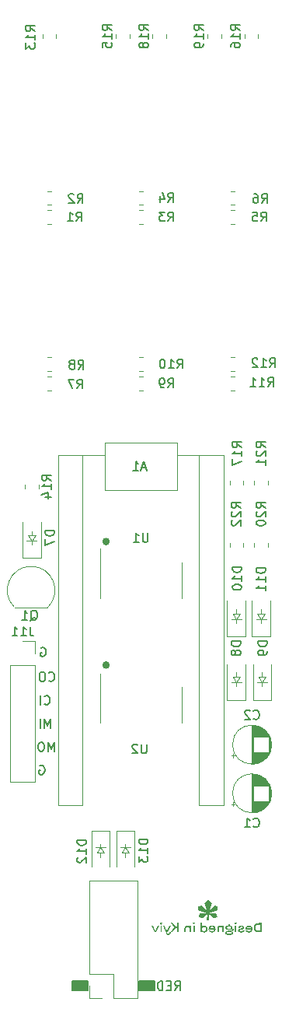
<source format=gbr>
%TF.GenerationSoftware,KiCad,Pcbnew,6.0.11-2627ca5db0~126~ubuntu22.04.1*%
%TF.CreationDate,2023-07-09T22:08:17+03:00*%
%TF.ProjectId,gtoe,67746f65-2e6b-4696-9361-645f70636258,rev?*%
%TF.SameCoordinates,Original*%
%TF.FileFunction,Legend,Bot*%
%TF.FilePolarity,Positive*%
%FSLAX46Y46*%
G04 Gerber Fmt 4.6, Leading zero omitted, Abs format (unit mm)*
G04 Created by KiCad (PCBNEW 6.0.11-2627ca5db0~126~ubuntu22.04.1) date 2023-07-09 22:08:17*
%MOMM*%
%LPD*%
G01*
G04 APERTURE LIST*
%ADD10C,0.000000*%
%ADD11C,0.400000*%
%ADD12C,0.150000*%
%ADD13C,0.100000*%
%ADD14C,0.120000*%
G04 APERTURE END LIST*
D10*
G36*
X125198451Y-142334076D02*
G01*
X125036251Y-142334076D01*
X125036251Y-141610047D01*
X125198451Y-141610047D01*
X125198451Y-142334076D01*
G37*
G36*
X123434129Y-141595670D02*
G01*
X123443586Y-141596026D01*
X123452953Y-141596620D01*
X123462229Y-141597451D01*
X123471415Y-141598519D01*
X123480510Y-141599825D01*
X123489515Y-141601369D01*
X123498430Y-141603150D01*
X123507254Y-141605168D01*
X123515987Y-141607425D01*
X123524630Y-141609919D01*
X123533183Y-141612650D01*
X123541645Y-141615619D01*
X123550016Y-141618826D01*
X123558297Y-141622271D01*
X123566488Y-141625954D01*
X123574548Y-141629665D01*
X123582439Y-141633556D01*
X123590160Y-141637629D01*
X123597711Y-141641884D01*
X123605093Y-141646319D01*
X123612305Y-141650935D01*
X123619347Y-141655732D01*
X123626220Y-141660711D01*
X123632923Y-141665870D01*
X123639456Y-141671210D01*
X123645819Y-141676732D01*
X123652013Y-141682434D01*
X123658037Y-141688318D01*
X123663892Y-141694382D01*
X123669577Y-141700627D01*
X123675091Y-141707054D01*
X123675091Y-141610044D01*
X123824211Y-141610044D01*
X123824211Y-142334073D01*
X123662082Y-142334073D01*
X123662082Y-141956079D01*
X123661975Y-141948703D01*
X123661651Y-141941419D01*
X123661112Y-141934225D01*
X123660358Y-141927123D01*
X123659388Y-141920112D01*
X123658202Y-141913191D01*
X123656801Y-141906362D01*
X123655185Y-141899623D01*
X123653353Y-141892974D01*
X123651306Y-141886416D01*
X123649043Y-141879948D01*
X123646566Y-141873571D01*
X123643873Y-141867283D01*
X123640964Y-141861086D01*
X123637841Y-141854978D01*
X123634502Y-141848960D01*
X123630985Y-141843066D01*
X123627310Y-141837331D01*
X123623478Y-141831754D01*
X123619489Y-141826335D01*
X123615342Y-141821075D01*
X123611038Y-141815972D01*
X123606576Y-141811028D01*
X123601955Y-141806243D01*
X123597176Y-141801615D01*
X123592238Y-141797146D01*
X123587142Y-141792835D01*
X123581887Y-141788683D01*
X123576472Y-141784689D01*
X123570899Y-141780854D01*
X123565165Y-141777176D01*
X123559272Y-141773658D01*
X123553254Y-141770150D01*
X123547145Y-141766869D01*
X123540944Y-141763812D01*
X123534652Y-141760982D01*
X123528269Y-141758378D01*
X123521795Y-141755999D01*
X123515230Y-141753847D01*
X123508575Y-141751921D01*
X123501829Y-141750221D01*
X123494993Y-141748748D01*
X123488066Y-141747501D01*
X123481049Y-141746480D01*
X123473942Y-141745687D01*
X123466746Y-141745119D01*
X123459459Y-141744779D01*
X123452082Y-141744666D01*
X123441725Y-141744886D01*
X123431650Y-141745549D01*
X123421857Y-141746653D01*
X123412347Y-141748199D01*
X123403120Y-141750186D01*
X123394175Y-141752614D01*
X123385513Y-141755484D01*
X123377134Y-141758795D01*
X123369037Y-141762547D01*
X123361223Y-141766741D01*
X123353693Y-141771375D01*
X123346445Y-141776451D01*
X123339481Y-141781967D01*
X123332799Y-141787925D01*
X123326401Y-141794323D01*
X123320286Y-141801162D01*
X123314499Y-141808215D01*
X123309085Y-141815619D01*
X123304045Y-141823372D01*
X123299377Y-141831476D01*
X123295083Y-141839931D01*
X123291162Y-141848736D01*
X123287615Y-141857891D01*
X123284441Y-141867398D01*
X123281640Y-141877254D01*
X123279213Y-141887462D01*
X123277159Y-141898020D01*
X123275478Y-141908930D01*
X123274171Y-141920190D01*
X123273237Y-141931802D01*
X123272677Y-141943764D01*
X123272490Y-141956078D01*
X123272490Y-142334073D01*
X123108881Y-142334073D01*
X123108881Y-141931480D01*
X123109033Y-141918912D01*
X123109492Y-141906548D01*
X123110255Y-141894388D01*
X123111324Y-141882433D01*
X123112699Y-141870682D01*
X123114379Y-141859135D01*
X123116364Y-141847791D01*
X123118655Y-141836652D01*
X123121252Y-141825716D01*
X123124154Y-141814984D01*
X123127361Y-141804455D01*
X123130875Y-141794129D01*
X123134693Y-141784006D01*
X123138817Y-141774087D01*
X123143247Y-141764370D01*
X123147982Y-141754857D01*
X123152999Y-141745405D01*
X123158277Y-141736236D01*
X123163815Y-141727349D01*
X123169613Y-141718746D01*
X123175671Y-141710424D01*
X123181990Y-141702386D01*
X123188568Y-141694630D01*
X123195407Y-141687157D01*
X123202507Y-141679966D01*
X123209866Y-141673059D01*
X123217486Y-141666434D01*
X123225366Y-141660093D01*
X123233505Y-141654034D01*
X123241905Y-141648258D01*
X123250566Y-141642765D01*
X123259486Y-141637556D01*
X123268616Y-141632470D01*
X123277905Y-141627713D01*
X123287352Y-141623284D01*
X123296958Y-141619182D01*
X123306723Y-141615409D01*
X123316646Y-141611964D01*
X123326727Y-141608846D01*
X123336967Y-141606057D01*
X123347366Y-141603596D01*
X123357922Y-141601463D01*
X123368637Y-141599658D01*
X123379510Y-141598181D01*
X123390542Y-141597033D01*
X123401731Y-141596212D01*
X123413079Y-141595720D01*
X123424584Y-141595556D01*
X123424581Y-141595551D01*
X123434129Y-141595670D01*
G37*
D11*
X111200000Y-99800000D02*
G75*
G03*
X111200000Y-99800000I-200000J0D01*
G01*
D10*
G36*
X127092128Y-141790173D02*
G01*
X127093486Y-141772055D01*
X127095387Y-141754219D01*
X127097830Y-141736666D01*
X127100817Y-141719396D01*
X127104346Y-141702409D01*
X127108419Y-141685704D01*
X127113034Y-141669282D01*
X127118192Y-141653143D01*
X127123894Y-141637287D01*
X127130138Y-141621714D01*
X127136924Y-141606424D01*
X127144254Y-141591417D01*
X127152127Y-141576693D01*
X127160542Y-141562252D01*
X127169281Y-141547980D01*
X127178484Y-141534128D01*
X127188152Y-141520694D01*
X127198283Y-141507679D01*
X127208879Y-141495082D01*
X127219939Y-141482904D01*
X127231462Y-141471144D01*
X127243450Y-141459803D01*
X127255901Y-141448881D01*
X127268816Y-141438377D01*
X127282195Y-141428292D01*
X127296038Y-141418625D01*
X127310344Y-141409377D01*
X127325114Y-141400548D01*
X127340347Y-141392136D01*
X127356044Y-141384144D01*
X127371940Y-141376429D01*
X127388129Y-141369212D01*
X127404612Y-141362493D01*
X127421389Y-141356271D01*
X127438460Y-141350547D01*
X127455826Y-141345322D01*
X127473485Y-141340594D01*
X127491439Y-141336363D01*
X127509686Y-141332631D01*
X127528228Y-141329396D01*
X127547064Y-141326659D01*
X127566194Y-141324419D01*
X127585618Y-141322677D01*
X127605336Y-141321433D01*
X127625349Y-141320687D01*
X127645655Y-141320438D01*
X127971469Y-141320437D01*
X127971469Y-142334078D01*
X127645655Y-142334078D01*
X127625349Y-142333829D01*
X127605336Y-142333083D01*
X127585618Y-142331839D01*
X127566193Y-142330097D01*
X127547063Y-142327858D01*
X127528227Y-142325121D01*
X127509685Y-142321887D01*
X127491438Y-142318154D01*
X127473484Y-142313924D01*
X127455824Y-142309196D01*
X127438459Y-142303970D01*
X127421388Y-142298246D01*
X127404611Y-142292025D01*
X127388128Y-142285305D01*
X127371939Y-142278088D01*
X127356044Y-142270372D01*
X127340348Y-142262209D01*
X127325115Y-142253649D01*
X127310345Y-142244692D01*
X127296039Y-142235337D01*
X127282197Y-142225586D01*
X127268818Y-142215438D01*
X127255903Y-142204894D01*
X127243451Y-142193954D01*
X127231464Y-142182617D01*
X127219940Y-142170885D01*
X127208880Y-142158757D01*
X127198285Y-142146234D01*
X127188153Y-142133316D01*
X127178485Y-142120003D01*
X127169282Y-142106295D01*
X127160542Y-142092193D01*
X127152125Y-142077583D01*
X127144251Y-142062714D01*
X127136921Y-142047585D01*
X127130133Y-142032198D01*
X127123889Y-142016551D01*
X127118188Y-142000644D01*
X127113030Y-141984478D01*
X127108415Y-141968051D01*
X127104343Y-141951364D01*
X127100814Y-141934417D01*
X127097828Y-141917210D01*
X127095385Y-141899741D01*
X127093485Y-141882012D01*
X127092128Y-141864022D01*
X127091314Y-141845770D01*
X127091042Y-141827257D01*
X127091042Y-141827255D01*
X127279255Y-141827255D01*
X127279430Y-141839830D01*
X127279956Y-141852211D01*
X127280833Y-141864401D01*
X127282061Y-141876398D01*
X127283640Y-141888203D01*
X127285570Y-141899816D01*
X127287850Y-141911236D01*
X127290481Y-141922464D01*
X127293463Y-141933499D01*
X127296795Y-141944342D01*
X127300478Y-141954993D01*
X127304512Y-141965452D01*
X127308897Y-141975718D01*
X127313632Y-141985792D01*
X127318718Y-141995674D01*
X127324155Y-142005363D01*
X127329744Y-142014640D01*
X127335651Y-142023645D01*
X127341875Y-142032377D01*
X127348417Y-142040838D01*
X127355277Y-142049026D01*
X127362454Y-142056943D01*
X127369948Y-142064588D01*
X127377759Y-142071961D01*
X127385887Y-142079063D01*
X127394331Y-142085893D01*
X127403092Y-142092452D01*
X127412169Y-142098740D01*
X127421562Y-142104756D01*
X127431272Y-142110502D01*
X127441297Y-142115976D01*
X127451638Y-142121180D01*
X127462069Y-142126090D01*
X127472725Y-142130684D01*
X127483608Y-142134962D01*
X127494716Y-142138924D01*
X127506050Y-142142570D01*
X127517609Y-142145899D01*
X127529395Y-142148912D01*
X127541408Y-142151608D01*
X127553646Y-142153987D01*
X127566110Y-142156050D01*
X127578802Y-142157795D01*
X127591719Y-142159223D01*
X127604863Y-142160335D01*
X127618234Y-142161128D01*
X127631831Y-142161605D01*
X127645655Y-142161764D01*
X127786077Y-142161764D01*
X127786077Y-141492748D01*
X127645655Y-141492748D01*
X127631832Y-141492906D01*
X127618235Y-141493380D01*
X127604864Y-141494171D01*
X127591720Y-141495277D01*
X127578802Y-141496700D01*
X127566111Y-141498439D01*
X127553646Y-141500495D01*
X127541408Y-141502868D01*
X127529395Y-141505557D01*
X127517609Y-141508564D01*
X127506049Y-141511887D01*
X127494715Y-141515527D01*
X127483607Y-141519484D01*
X127472724Y-141523759D01*
X127462068Y-141528351D01*
X127451638Y-141533260D01*
X127441298Y-141538470D01*
X127431273Y-141543963D01*
X127421564Y-141549738D01*
X127412171Y-141555797D01*
X127403094Y-141562138D01*
X127394333Y-141568763D01*
X127385889Y-141575670D01*
X127377761Y-141582860D01*
X127369950Y-141590333D01*
X127362456Y-141598089D01*
X127355279Y-141606128D01*
X127348419Y-141614449D01*
X127341877Y-141623053D01*
X127335651Y-141631940D01*
X127329744Y-141641109D01*
X127324155Y-141650561D01*
X127318718Y-141660075D01*
X127313632Y-141669794D01*
X127308897Y-141679717D01*
X127304512Y-141689843D01*
X127300478Y-141700174D01*
X127296795Y-141710710D01*
X127293463Y-141721448D01*
X127290481Y-141732391D01*
X127287850Y-141743537D01*
X127285570Y-141754887D01*
X127283640Y-141766441D01*
X127282061Y-141778197D01*
X127280833Y-141790157D01*
X127279956Y-141802320D01*
X127279430Y-141814686D01*
X127279255Y-141827255D01*
X127091042Y-141827255D01*
X127091314Y-141808574D01*
X127092128Y-141790173D01*
G37*
G36*
X120593658Y-141518769D02*
G01*
X120579161Y-141518769D01*
X120469072Y-141255248D01*
X120703676Y-141255248D01*
X120593658Y-141518769D01*
G37*
G36*
X123979621Y-142381690D02*
G01*
X123980910Y-142367561D01*
X123983057Y-142353908D01*
X123986064Y-142340731D01*
X123989931Y-142328030D01*
X123994657Y-142315804D01*
X124000242Y-142304053D01*
X124006687Y-142292778D01*
X124013992Y-142281978D01*
X124022157Y-142271653D01*
X124031182Y-142261802D01*
X124041067Y-142252427D01*
X124051812Y-142243526D01*
X124063418Y-142235100D01*
X124075884Y-142227148D01*
X124089210Y-142219671D01*
X124103125Y-142212470D01*
X124117719Y-142205709D01*
X124132992Y-142199389D01*
X124148944Y-142193511D01*
X124165575Y-142188073D01*
X124182884Y-142183076D01*
X124200873Y-142178520D01*
X124219541Y-142174406D01*
X124238888Y-142170732D01*
X124258913Y-142167500D01*
X124279617Y-142164710D01*
X124300999Y-142162360D01*
X124323061Y-142160453D01*
X124345800Y-142158986D01*
X124369218Y-142157962D01*
X124393315Y-142157379D01*
X124436735Y-142157379D01*
X124456649Y-142155939D01*
X124475835Y-142154499D01*
X124497445Y-142153326D01*
X124518107Y-142151969D01*
X124537820Y-142150428D01*
X124556583Y-142148704D01*
X124574396Y-142146799D01*
X124591258Y-142144713D01*
X124607168Y-142142447D01*
X124622125Y-142140003D01*
X124636222Y-142137288D01*
X124649548Y-142134215D01*
X124662103Y-142130782D01*
X124668092Y-142128930D01*
X124673888Y-142126988D01*
X124679492Y-142124955D01*
X124684903Y-142122832D01*
X124690122Y-142120618D01*
X124695149Y-142118314D01*
X124699984Y-142115918D01*
X124704627Y-142113431D01*
X124709077Y-142110854D01*
X124713336Y-142108185D01*
X124717194Y-142105414D01*
X124720804Y-142102530D01*
X124724166Y-142099533D01*
X124727279Y-142096423D01*
X124730144Y-142093200D01*
X124732760Y-142089863D01*
X124735127Y-142086414D01*
X124736218Y-142084647D01*
X124737246Y-142082852D01*
X124738212Y-142081028D01*
X124739115Y-142079177D01*
X124739957Y-142077296D01*
X124740736Y-142075388D01*
X124741453Y-142073451D01*
X124742107Y-142071486D01*
X124742700Y-142069493D01*
X124743230Y-142067471D01*
X124744103Y-142063343D01*
X124744727Y-142059102D01*
X124745101Y-142054747D01*
X124745226Y-142050279D01*
X124745174Y-142048129D01*
X124745020Y-142046023D01*
X124744762Y-142043963D01*
X124744402Y-142041947D01*
X124743940Y-142039977D01*
X124743376Y-142038051D01*
X124742709Y-142036171D01*
X124741941Y-142034336D01*
X124741070Y-142032546D01*
X124740099Y-142030801D01*
X124739026Y-142029102D01*
X124737851Y-142027447D01*
X124736576Y-142025839D01*
X124735200Y-142024276D01*
X124733723Y-142022758D01*
X124732146Y-142021286D01*
X124730317Y-142019884D01*
X124728428Y-142018572D01*
X124726481Y-142017349D01*
X124724476Y-142016217D01*
X124722413Y-142015176D01*
X124720291Y-142014224D01*
X124718113Y-142013363D01*
X124715876Y-142012592D01*
X124713583Y-142011912D01*
X124711232Y-142011323D01*
X124708825Y-142010823D01*
X124706361Y-142010415D01*
X124703841Y-142010097D01*
X124701265Y-142009870D01*
X124698634Y-142009734D01*
X124695946Y-142009688D01*
X124691218Y-142009779D01*
X124686444Y-142010049D01*
X124681624Y-142010502D01*
X124676760Y-142011136D01*
X124671850Y-142011953D01*
X124666895Y-142012954D01*
X124661894Y-142014138D01*
X124656847Y-142015508D01*
X124651800Y-142016996D01*
X124646798Y-142018578D01*
X124641843Y-142020254D01*
X124636933Y-142022023D01*
X124632068Y-142023883D01*
X124627249Y-142025834D01*
X124622476Y-142027875D01*
X124617747Y-142030004D01*
X124601455Y-142036247D01*
X124585891Y-142041943D01*
X124571052Y-142047097D01*
X124556937Y-142051712D01*
X124549833Y-142053515D01*
X124542276Y-142055323D01*
X124534267Y-142057135D01*
X124525806Y-142058950D01*
X124516892Y-142060766D01*
X124507526Y-142062582D01*
X124497707Y-142064396D01*
X124487437Y-142066208D01*
X124476373Y-142067560D01*
X124464903Y-142068737D01*
X124453026Y-142069737D01*
X124440741Y-142070558D01*
X124428049Y-142071199D01*
X124414949Y-142071658D01*
X124401442Y-142071935D01*
X124387527Y-142072028D01*
X124358316Y-142071598D01*
X124330054Y-142070310D01*
X124302740Y-142068162D01*
X124276376Y-142065155D01*
X124250963Y-142061287D01*
X124226500Y-142056560D01*
X124202989Y-142050972D01*
X124180429Y-142044524D01*
X124169370Y-142040813D01*
X124158640Y-142036921D01*
X124148239Y-142032848D01*
X124138168Y-142028594D01*
X124128424Y-142024159D01*
X124119010Y-142019542D01*
X124109924Y-142014745D01*
X124101166Y-142009767D01*
X124092737Y-142004607D01*
X124084636Y-141999267D01*
X124076862Y-141993746D01*
X124069416Y-141988043D01*
X124062298Y-141982160D01*
X124055507Y-141976095D01*
X124049043Y-141969850D01*
X124042906Y-141963424D01*
X124036945Y-141956653D01*
X124031369Y-141949735D01*
X124026178Y-141942669D01*
X124021372Y-141935456D01*
X124016950Y-141928096D01*
X124012914Y-141920588D01*
X124009262Y-141912933D01*
X124005994Y-141905131D01*
X124003112Y-141897182D01*
X124000613Y-141889086D01*
X123998500Y-141880844D01*
X123996771Y-141872454D01*
X123995426Y-141863917D01*
X123994465Y-141855233D01*
X123993889Y-141846403D01*
X123993697Y-141837426D01*
X123993776Y-141833057D01*
X124161616Y-141833057D01*
X124161853Y-141839839D01*
X124162566Y-141846428D01*
X124163753Y-141852824D01*
X124165415Y-141859028D01*
X124167552Y-141865039D01*
X124170165Y-141870858D01*
X124173252Y-141876484D01*
X124176815Y-141881917D01*
X124180853Y-141887159D01*
X124185366Y-141892208D01*
X124190354Y-141897065D01*
X124195817Y-141901730D01*
X124201756Y-141906203D01*
X124208171Y-141910484D01*
X124215061Y-141914573D01*
X124222426Y-141918470D01*
X124230029Y-141922152D01*
X124237994Y-141925597D01*
X124246321Y-141928804D01*
X124255011Y-141931773D01*
X124264063Y-141934505D01*
X124273478Y-141936999D01*
X124283254Y-141939255D01*
X124293392Y-141941274D01*
X124303893Y-141943055D01*
X124314755Y-141944598D01*
X124325979Y-141945904D01*
X124337565Y-141946973D01*
X124349513Y-141947804D01*
X124361822Y-141948397D01*
X124374492Y-141948753D01*
X124387524Y-141948872D01*
X124413591Y-141948397D01*
X124426082Y-141947804D01*
X124438211Y-141946973D01*
X124449978Y-141945904D01*
X124461384Y-141944598D01*
X124472427Y-141943055D01*
X124483108Y-141941274D01*
X124493428Y-141939255D01*
X124503385Y-141936999D01*
X124512981Y-141934505D01*
X124522214Y-141931773D01*
X124531084Y-141928804D01*
X124539593Y-141925597D01*
X124547739Y-141922152D01*
X124555523Y-141918470D01*
X124562711Y-141914573D01*
X124569435Y-141910484D01*
X124575695Y-141906203D01*
X124581489Y-141901730D01*
X124586820Y-141897065D01*
X124591686Y-141892208D01*
X124593945Y-141889708D01*
X124596088Y-141887159D01*
X124598115Y-141884563D01*
X124600026Y-141881918D01*
X124601821Y-141879225D01*
X124603500Y-141876485D01*
X124605063Y-141873696D01*
X124606510Y-141870859D01*
X124607841Y-141867973D01*
X124609057Y-141865040D01*
X124610156Y-141862059D01*
X124611140Y-141859029D01*
X124612008Y-141855951D01*
X124612760Y-141852825D01*
X124613397Y-141849651D01*
X124613918Y-141846429D01*
X124614323Y-141843158D01*
X124614612Y-141839839D01*
X124614843Y-141833057D01*
X124614612Y-141826274D01*
X124613918Y-141819683D01*
X124612760Y-141813283D01*
X124611140Y-141807075D01*
X124609057Y-141801059D01*
X124606510Y-141795234D01*
X124603500Y-141789602D01*
X124600026Y-141784161D01*
X124596088Y-141778913D01*
X124591686Y-141773858D01*
X124586820Y-141768995D01*
X124581489Y-141764325D01*
X124575695Y-141759847D01*
X124569435Y-141755563D01*
X124562711Y-141751472D01*
X124555523Y-141747574D01*
X124547738Y-141743716D01*
X124539592Y-141740108D01*
X124531083Y-141736750D01*
X124522212Y-141733642D01*
X124512978Y-141730782D01*
X124503383Y-141728172D01*
X124493426Y-141725812D01*
X124483106Y-141723700D01*
X124472425Y-141721837D01*
X124461382Y-141720223D01*
X124449977Y-141718857D01*
X124438210Y-141717741D01*
X124426081Y-141716872D01*
X124413590Y-141716252D01*
X124400738Y-141715880D01*
X124387524Y-141715756D01*
X124374492Y-141715880D01*
X124361821Y-141716252D01*
X124349512Y-141716872D01*
X124337564Y-141717741D01*
X124325979Y-141718858D01*
X124314755Y-141720223D01*
X124303892Y-141721837D01*
X124293392Y-141723700D01*
X124283254Y-141725812D01*
X124273477Y-141728173D01*
X124264063Y-141730783D01*
X124255011Y-141733642D01*
X124246321Y-141736750D01*
X124237994Y-141740109D01*
X124230029Y-141743716D01*
X124222426Y-141747574D01*
X124215061Y-141751472D01*
X124208171Y-141755563D01*
X124201756Y-141759848D01*
X124195817Y-141764325D01*
X124190354Y-141768995D01*
X124185366Y-141773858D01*
X124180853Y-141778913D01*
X124178774Y-141781513D01*
X124176815Y-141784161D01*
X124174974Y-141786857D01*
X124173252Y-141789602D01*
X124171649Y-141792394D01*
X124170165Y-141795234D01*
X124168799Y-141798122D01*
X124167552Y-141801058D01*
X124166424Y-141804043D01*
X124165415Y-141807075D01*
X124164525Y-141810155D01*
X124163753Y-141813283D01*
X124163100Y-141816459D01*
X124162566Y-141819683D01*
X124162150Y-141822955D01*
X124161853Y-141826274D01*
X124161616Y-141833057D01*
X123993776Y-141833057D01*
X123993849Y-141828987D01*
X123994305Y-141820684D01*
X123995066Y-141812518D01*
X123996131Y-141804487D01*
X123997500Y-141796592D01*
X123999175Y-141788834D01*
X124001155Y-141781211D01*
X124003439Y-141773724D01*
X124006030Y-141766373D01*
X124008925Y-141759158D01*
X124012127Y-141752078D01*
X124015634Y-141745134D01*
X124019448Y-141738325D01*
X124023568Y-141731652D01*
X124027994Y-141725114D01*
X124032727Y-141718711D01*
X124037569Y-141712455D01*
X124042684Y-141706357D01*
X124048071Y-141700418D01*
X124053730Y-141694637D01*
X124059660Y-141689013D01*
X124065863Y-141683549D01*
X124072337Y-141678242D01*
X124079083Y-141673094D01*
X124086101Y-141668104D01*
X124093390Y-141663272D01*
X124100950Y-141658599D01*
X124108781Y-141654084D01*
X124116884Y-141649728D01*
X124125257Y-141645531D01*
X124133902Y-141641491D01*
X124142817Y-141637611D01*
X124151793Y-141633894D01*
X124160985Y-141630348D01*
X124170390Y-141626970D01*
X124180011Y-141623763D01*
X124189847Y-141620725D01*
X124199898Y-141617857D01*
X124210163Y-141615159D01*
X124220644Y-141612631D01*
X124231339Y-141610272D01*
X124242250Y-141608082D01*
X124264715Y-141604213D01*
X124288042Y-141601022D01*
X124312228Y-141598509D01*
X124312228Y-141421815D01*
X124475837Y-141421759D01*
X124475837Y-141599867D01*
X124493685Y-141601864D01*
X124511023Y-141604235D01*
X124527854Y-141606980D01*
X124544176Y-141610099D01*
X124559989Y-141613592D01*
X124575293Y-141617458D01*
X124590089Y-141621699D01*
X124604375Y-141626312D01*
X124618153Y-141631299D01*
X124631421Y-141636660D01*
X124644179Y-141642394D01*
X124656429Y-141648500D01*
X124668169Y-141654980D01*
X124679399Y-141661832D01*
X124690119Y-141669057D01*
X124700330Y-141676654D01*
X124709973Y-141684410D01*
X124718993Y-141692470D01*
X124727391Y-141700835D01*
X124735166Y-141709505D01*
X124742319Y-141718480D01*
X124748849Y-141727761D01*
X124754757Y-141737347D01*
X124760043Y-141747238D01*
X124764707Y-141757435D01*
X124768749Y-141767937D01*
X124772168Y-141778745D01*
X124774966Y-141789858D01*
X124777142Y-141801277D01*
X124778696Y-141813002D01*
X124779629Y-141825032D01*
X124779939Y-141837369D01*
X124779839Y-141844010D01*
X124779536Y-141850538D01*
X124779031Y-141856953D01*
X124778323Y-141863256D01*
X124777413Y-141869445D01*
X124776300Y-141875522D01*
X124774983Y-141881486D01*
X124773462Y-141887337D01*
X124771737Y-141893074D01*
X124769807Y-141898698D01*
X124767673Y-141904210D01*
X124765334Y-141909607D01*
X124762789Y-141914892D01*
X124760039Y-141920063D01*
X124757082Y-141925120D01*
X124753919Y-141930064D01*
X124754276Y-141929895D01*
X124754632Y-141929749D01*
X124754988Y-141929625D01*
X124755344Y-141929524D01*
X124755701Y-141929445D01*
X124756057Y-141929389D01*
X124756413Y-141929355D01*
X124756769Y-141929344D01*
X124757126Y-141929355D01*
X124757482Y-141929389D01*
X124757838Y-141929445D01*
X124758194Y-141929524D01*
X124758551Y-141929625D01*
X124758907Y-141929749D01*
X124759263Y-141929895D01*
X124759619Y-141930064D01*
X124772720Y-141930064D01*
X124779518Y-141930391D01*
X124786157Y-141931011D01*
X124792636Y-141931925D01*
X124798957Y-141933133D01*
X124805118Y-141934635D01*
X124811121Y-141936432D01*
X124816965Y-141938522D01*
X124822651Y-141940906D01*
X124828179Y-141943584D01*
X124833548Y-141946557D01*
X124838760Y-141949824D01*
X124843813Y-141953385D01*
X124848709Y-141957241D01*
X124853447Y-141961391D01*
X124858027Y-141965836D01*
X124862450Y-141970576D01*
X124866485Y-141975299D01*
X124870261Y-141980057D01*
X124873777Y-141984850D01*
X124877034Y-141989678D01*
X124880032Y-141994540D01*
X124882769Y-141999437D01*
X124885247Y-142004367D01*
X124887464Y-142009332D01*
X124889421Y-142014331D01*
X124891118Y-142019363D01*
X124892554Y-142024430D01*
X124893730Y-142029530D01*
X124894644Y-142034663D01*
X124895297Y-142039829D01*
X124895690Y-142045029D01*
X124895820Y-142050262D01*
X124895616Y-142059572D01*
X124895004Y-142068678D01*
X124893983Y-142077580D01*
X124892554Y-142086278D01*
X124890717Y-142094772D01*
X124888473Y-142103063D01*
X124885821Y-142111150D01*
X124882761Y-142119033D01*
X124879295Y-142126713D01*
X124875421Y-142134190D01*
X124871141Y-142141462D01*
X124866453Y-142148532D01*
X124861360Y-142155397D01*
X124855859Y-142162060D01*
X124849953Y-142168519D01*
X124843640Y-142174775D01*
X124836966Y-142180827D01*
X124829975Y-142186676D01*
X124822667Y-142192321D01*
X124815043Y-142197762D01*
X124807101Y-142203000D01*
X124798843Y-142208034D01*
X124790268Y-142212865D01*
X124781375Y-142217492D01*
X124772167Y-142221916D01*
X124762641Y-142226136D01*
X124752798Y-142230152D01*
X124742639Y-142233965D01*
X124732163Y-142237574D01*
X124721370Y-142240979D01*
X124710261Y-142244180D01*
X124698834Y-142247178D01*
X124706330Y-142250328D01*
X124713610Y-142253624D01*
X124720675Y-142257067D01*
X124727524Y-142260657D01*
X124734158Y-142264393D01*
X124740578Y-142268275D01*
X124746781Y-142272305D01*
X124752770Y-142276482D01*
X124758544Y-142280805D01*
X124764103Y-142285276D01*
X124769447Y-142289894D01*
X124774576Y-142294660D01*
X124779490Y-142299573D01*
X124784189Y-142304633D01*
X124788674Y-142309841D01*
X124792944Y-142315197D01*
X124796802Y-142320498D01*
X124800412Y-142325902D01*
X124803774Y-142331408D01*
X124806887Y-142337018D01*
X124809752Y-142342730D01*
X124812368Y-142348544D01*
X124814735Y-142354460D01*
X124816854Y-142360478D01*
X124818723Y-142366599D01*
X124820344Y-142372820D01*
X124821715Y-142379144D01*
X124822838Y-142385568D01*
X124823711Y-142392094D01*
X124824335Y-142398720D01*
X124824709Y-142405448D01*
X124824834Y-142412276D01*
X124824642Y-142421066D01*
X124824065Y-142429697D01*
X124823105Y-142438169D01*
X124821760Y-142446483D01*
X124820031Y-142454638D01*
X124817917Y-142462634D01*
X124815419Y-142470472D01*
X124812536Y-142478151D01*
X124809269Y-142485672D01*
X124805617Y-142493035D01*
X124801580Y-142500239D01*
X124797159Y-142507285D01*
X124792353Y-142514173D01*
X124787161Y-142520903D01*
X124781585Y-142527476D01*
X124775624Y-142533890D01*
X124769119Y-142540128D01*
X124762274Y-142546174D01*
X124755090Y-142552026D01*
X124747567Y-142557687D01*
X124739704Y-142563154D01*
X124731502Y-142568429D01*
X124722960Y-142573511D01*
X124714080Y-142578401D01*
X124704860Y-142583099D01*
X124695300Y-142587605D01*
X124685401Y-142591918D01*
X124675163Y-142596039D01*
X124664586Y-142599969D01*
X124653669Y-142603706D01*
X124642413Y-142607252D01*
X124630818Y-142610606D01*
X124618905Y-142613937D01*
X124606698Y-142617054D01*
X124581402Y-142622641D01*
X124554928Y-142627369D01*
X124527278Y-142631236D01*
X124498451Y-142634244D01*
X124468448Y-142636392D01*
X124437268Y-142637680D01*
X124404913Y-142638110D01*
X124373211Y-142637659D01*
X124342548Y-142636306D01*
X124312924Y-142634051D01*
X124284340Y-142630891D01*
X124256796Y-142626826D01*
X124230295Y-142621855D01*
X124204836Y-142615976D01*
X124180421Y-142609190D01*
X124168469Y-142605467D01*
X124156868Y-142601541D01*
X124145619Y-142597411D01*
X124134721Y-142593078D01*
X124124174Y-142588540D01*
X124113978Y-142583799D01*
X124104133Y-142578854D01*
X124094639Y-142573706D01*
X124085495Y-142568354D01*
X124076702Y-142562798D01*
X124068260Y-142557039D01*
X124060168Y-142551076D01*
X124052426Y-142544910D01*
X124045034Y-142538540D01*
X124037993Y-142531968D01*
X124031301Y-142525191D01*
X124024989Y-142518409D01*
X124019085Y-142511457D01*
X124013588Y-142504334D01*
X124008499Y-142497042D01*
X124003817Y-142489579D01*
X123999542Y-142481947D01*
X123995675Y-142474145D01*
X123992215Y-142466173D01*
X123989162Y-142458032D01*
X123986517Y-142449720D01*
X123984278Y-142441239D01*
X123982447Y-142432589D01*
X123981023Y-142423769D01*
X123980005Y-142414780D01*
X123979395Y-142405622D01*
X123979224Y-142397786D01*
X124145705Y-142397786D01*
X124145819Y-142402085D01*
X124146159Y-142406293D01*
X124146727Y-142410411D01*
X124147522Y-142414437D01*
X124148543Y-142418373D01*
X124149791Y-142422218D01*
X124151266Y-142425973D01*
X124152966Y-142429637D01*
X124154893Y-142433210D01*
X124157045Y-142436693D01*
X124159423Y-142440085D01*
X124162027Y-142443387D01*
X124164856Y-142446599D01*
X124167911Y-142449720D01*
X124171190Y-142452751D01*
X124174695Y-142455692D01*
X124178428Y-142458723D01*
X124182386Y-142461663D01*
X124186569Y-142464512D01*
X124190977Y-142467270D01*
X124195611Y-142469937D01*
X124200471Y-142472514D01*
X124205557Y-142474999D01*
X124210869Y-142477394D01*
X124216407Y-142479699D01*
X124222171Y-142481913D01*
X124228162Y-142484037D01*
X124234380Y-142486071D01*
X124240825Y-142488015D01*
X124247498Y-142489868D01*
X124254398Y-142491632D01*
X124261525Y-142493306D01*
X124276414Y-142496363D01*
X124292116Y-142499015D01*
X124308632Y-142501263D01*
X124325962Y-142503104D01*
X124344106Y-142504538D01*
X124363066Y-142505564D01*
X124382841Y-142506180D01*
X124403432Y-142506386D01*
X124424021Y-142506181D01*
X124443795Y-142505565D01*
X124462755Y-142504541D01*
X124480901Y-142503108D01*
X124498232Y-142501268D01*
X124514749Y-142499020D01*
X124530451Y-142496366D01*
X124545338Y-142493306D01*
X124552296Y-142491631D01*
X124559051Y-142489868D01*
X124565602Y-142488014D01*
X124571950Y-142486070D01*
X124578094Y-142484036D01*
X124584035Y-142481912D01*
X124589772Y-142479698D01*
X124595306Y-142477394D01*
X124600636Y-142474999D01*
X124605762Y-142472513D01*
X124610685Y-142469937D01*
X124615403Y-142467270D01*
X124619918Y-142464512D01*
X124624229Y-142461663D01*
X124628336Y-142458723D01*
X124632238Y-142455692D01*
X124635746Y-142452751D01*
X124639028Y-142449720D01*
X124642084Y-142446598D01*
X124644914Y-142443386D01*
X124647518Y-142440084D01*
X124649897Y-142436691D01*
X124652048Y-142433208D01*
X124653974Y-142429635D01*
X124655674Y-142425971D01*
X124657147Y-142422216D01*
X124658394Y-142418371D01*
X124659414Y-142414435D01*
X124660207Y-142410409D01*
X124660774Y-142406292D01*
X124661114Y-142402084D01*
X124661228Y-142397786D01*
X124661114Y-142393480D01*
X124660773Y-142389254D01*
X124660206Y-142385106D01*
X124659411Y-142381037D01*
X124658390Y-142377048D01*
X124657142Y-142373137D01*
X124655667Y-142369305D01*
X124653967Y-142365553D01*
X124652040Y-142361880D01*
X124649888Y-142358286D01*
X124647510Y-142354771D01*
X124644906Y-142351336D01*
X124642077Y-142347981D01*
X124639022Y-142344705D01*
X124635743Y-142341508D01*
X124632238Y-142338392D01*
X124628335Y-142335366D01*
X124624229Y-142332442D01*
X124619918Y-142329619D01*
X124615403Y-142326899D01*
X124610684Y-142324280D01*
X124605762Y-142321763D01*
X124600636Y-142319348D01*
X124595306Y-142317034D01*
X124589772Y-142314822D01*
X124584035Y-142312712D01*
X124578094Y-142310704D01*
X124571950Y-142308797D01*
X124565602Y-142306993D01*
X124559051Y-142305289D01*
X124552296Y-142303688D01*
X124545338Y-142302188D01*
X124530449Y-142299134D01*
X124514746Y-142296489D01*
X124498229Y-142294253D01*
X124480897Y-142292425D01*
X124462752Y-142291004D01*
X124443793Y-142289990D01*
X124424019Y-142289382D01*
X124403433Y-142289180D01*
X124372889Y-142289631D01*
X124344247Y-142290984D01*
X124317507Y-142293239D01*
X124292669Y-142296399D01*
X124280962Y-142298318D01*
X124269731Y-142300464D01*
X124258975Y-142302836D01*
X124248693Y-142305435D01*
X124238887Y-142308261D01*
X124229555Y-142311314D01*
X124220698Y-142314593D01*
X124212315Y-142318100D01*
X124204249Y-142321636D01*
X124196703Y-142325365D01*
X124189677Y-142329287D01*
X124183172Y-142333402D01*
X124177187Y-142337710D01*
X124171723Y-142342211D01*
X124166780Y-142346904D01*
X124162356Y-142351790D01*
X124158454Y-142356867D01*
X124156697Y-142359478D01*
X124155071Y-142362137D01*
X124153575Y-142364844D01*
X124152209Y-142367599D01*
X124150973Y-142370402D01*
X124149868Y-142373253D01*
X124148892Y-142376152D01*
X124148046Y-142379099D01*
X124147331Y-142382094D01*
X124146746Y-142385137D01*
X124146290Y-142388227D01*
X124145965Y-142391365D01*
X124145705Y-142397786D01*
X123979224Y-142397786D01*
X123979192Y-142396294D01*
X123979621Y-142381690D01*
G37*
G36*
X121449411Y-141305942D02*
G01*
X121449411Y-141698359D01*
X121455091Y-141692296D01*
X121460907Y-141686414D01*
X121466859Y-141680712D01*
X121472948Y-141675191D01*
X121479173Y-141669852D01*
X121485533Y-141664693D01*
X121492030Y-141659715D01*
X121498663Y-141654918D01*
X121505431Y-141650302D01*
X121512335Y-141645867D01*
X121519374Y-141641613D01*
X121526549Y-141637539D01*
X121533859Y-141633647D01*
X121541305Y-141629936D01*
X121548885Y-141626406D01*
X121556601Y-141623057D01*
X121564243Y-141619726D01*
X121571963Y-141616609D01*
X121579761Y-141613708D01*
X121587637Y-141611022D01*
X121595593Y-141608551D01*
X121603626Y-141606294D01*
X121611739Y-141604253D01*
X121619931Y-141602427D01*
X121628201Y-141600816D01*
X121636552Y-141599420D01*
X121644981Y-141598238D01*
X121653490Y-141597272D01*
X121662079Y-141596520D01*
X121670748Y-141595983D01*
X121679497Y-141595661D01*
X121688327Y-141595553D01*
X121700930Y-141595745D01*
X121713398Y-141596322D01*
X121725731Y-141597282D01*
X121737929Y-141598627D01*
X121749991Y-141600356D01*
X121761919Y-141602469D01*
X121773710Y-141604967D01*
X121785366Y-141607850D01*
X121796887Y-141611117D01*
X121808271Y-141614769D01*
X121819519Y-141618806D01*
X121830632Y-141623228D01*
X121841608Y-141628034D01*
X121852448Y-141633226D01*
X121863151Y-141638803D01*
X121873718Y-141644765D01*
X121883899Y-141651066D01*
X121893809Y-141657661D01*
X121903447Y-141664550D01*
X121912813Y-141671733D01*
X121921908Y-141679210D01*
X121930731Y-141686982D01*
X121939282Y-141695047D01*
X121947562Y-141703407D01*
X121955570Y-141712060D01*
X121963307Y-141721008D01*
X121970773Y-141730250D01*
X121977966Y-141739787D01*
X121984889Y-141749617D01*
X121991540Y-141759742D01*
X121997920Y-141770161D01*
X122004029Y-141780874D01*
X122009640Y-141791634D01*
X122014889Y-141802552D01*
X122019775Y-141813630D01*
X122024299Y-141824867D01*
X122028461Y-141836262D01*
X122032260Y-141847817D01*
X122035697Y-141859529D01*
X122038771Y-141871401D01*
X122041484Y-141883431D01*
X122043835Y-141895619D01*
X122045824Y-141907965D01*
X122047451Y-141920469D01*
X122048717Y-141933131D01*
X122049620Y-141945951D01*
X122050163Y-141958928D01*
X122050343Y-141972063D01*
X122050163Y-141985202D01*
X122049620Y-141998193D01*
X122048717Y-142011036D01*
X122047451Y-142023731D01*
X122045824Y-142036279D01*
X122043835Y-142048678D01*
X122041484Y-142060931D01*
X122038771Y-142073035D01*
X122035697Y-142084993D01*
X122032260Y-142096804D01*
X122028461Y-142108469D01*
X122024299Y-142119986D01*
X122019775Y-142131358D01*
X122014889Y-142142583D01*
X122009640Y-142153662D01*
X122004029Y-142164595D01*
X121997921Y-142175134D01*
X121991541Y-142185390D01*
X121984890Y-142195363D01*
X121977968Y-142205055D01*
X121970774Y-142214463D01*
X121963309Y-142223589D01*
X121955572Y-142232433D01*
X121947563Y-142240993D01*
X121939284Y-142249271D01*
X121930732Y-142257266D01*
X121921909Y-142264978D01*
X121912814Y-142272407D01*
X121903448Y-142279552D01*
X121893810Y-142286415D01*
X121883900Y-142292994D01*
X121873718Y-142299290D01*
X121863321Y-142305251D01*
X121852765Y-142310828D01*
X121842049Y-142316019D01*
X121831175Y-142320826D01*
X121820142Y-142325247D01*
X121808950Y-142329284D01*
X121797600Y-142332936D01*
X121786091Y-142336204D01*
X121774424Y-142339087D01*
X121762598Y-142341585D01*
X121750614Y-142343699D01*
X121738472Y-142345428D01*
X121726172Y-142346773D01*
X121713715Y-142347734D01*
X121701100Y-142348310D01*
X121688327Y-142348502D01*
X121678785Y-142348390D01*
X121669346Y-142348052D01*
X121660009Y-142347488D01*
X121650775Y-142346699D01*
X121641643Y-142345684D01*
X121632613Y-142344443D01*
X121623685Y-142342976D01*
X121614858Y-142341283D01*
X121606134Y-142339364D01*
X121597511Y-142337218D01*
X121588990Y-142334846D01*
X121580571Y-142332247D01*
X121572252Y-142329421D01*
X121564036Y-142326369D01*
X121555920Y-142323089D01*
X121547905Y-142319582D01*
X121539834Y-142315679D01*
X121531909Y-142311572D01*
X121524131Y-142307261D01*
X121516500Y-142302746D01*
X121509017Y-142298028D01*
X121501680Y-142293105D01*
X121494490Y-142287980D01*
X121487447Y-142282650D01*
X121480552Y-142277117D01*
X121473803Y-142271380D01*
X121467202Y-142265440D01*
X121460747Y-142259296D01*
X121454440Y-142252949D01*
X121448280Y-142246398D01*
X121442267Y-142239644D01*
X121436401Y-142232686D01*
X121436401Y-142334078D01*
X121287212Y-142334078D01*
X121287212Y-141972059D01*
X121446509Y-141972059D01*
X121446623Y-141979977D01*
X121446963Y-141987804D01*
X121447530Y-141995541D01*
X121448323Y-142003186D01*
X121449344Y-142010741D01*
X121450590Y-142018205D01*
X121452063Y-142025579D01*
X121453763Y-142032862D01*
X121455689Y-142040055D01*
X121457841Y-142047157D01*
X121460219Y-142054168D01*
X121462824Y-142061090D01*
X121465654Y-142067921D01*
X121468711Y-142074663D01*
X121471993Y-142081314D01*
X121475501Y-142087875D01*
X121479031Y-142094306D01*
X121482742Y-142100566D01*
X121486634Y-142106657D01*
X121490707Y-142112578D01*
X121494961Y-142118328D01*
X121499396Y-142123909D01*
X121504012Y-142129320D01*
X121508809Y-142134561D01*
X121513787Y-142139633D01*
X121518947Y-142144535D01*
X121524287Y-142149267D01*
X121529808Y-142153830D01*
X121535510Y-142158224D01*
X121541393Y-142162448D01*
X121547457Y-142166503D01*
X121553702Y-142170389D01*
X121559907Y-142174071D01*
X121566214Y-142177516D01*
X121572622Y-142180723D01*
X121579133Y-142183692D01*
X121585746Y-142186424D01*
X121592460Y-142188918D01*
X121599276Y-142191174D01*
X121606195Y-142193193D01*
X121613215Y-142194974D01*
X121620337Y-142196517D01*
X121627560Y-142197823D01*
X121634886Y-142198892D01*
X121642313Y-142199723D01*
X121649842Y-142200316D01*
X121657473Y-142200672D01*
X121665206Y-142200791D01*
X121672768Y-142200672D01*
X121680251Y-142200316D01*
X121687655Y-142199723D01*
X121694980Y-142198892D01*
X121702226Y-142197823D01*
X121709393Y-142196517D01*
X121716481Y-142194974D01*
X121723490Y-142193193D01*
X121730419Y-142191174D01*
X121737270Y-142188918D01*
X121744041Y-142186424D01*
X121750733Y-142183692D01*
X121757346Y-142180723D01*
X121763879Y-142177516D01*
X121770333Y-142174071D01*
X121776708Y-142170389D01*
X121782958Y-142166503D01*
X121789038Y-142162448D01*
X121794947Y-142158224D01*
X121800687Y-142153830D01*
X121806256Y-142149267D01*
X121811656Y-142144535D01*
X121816885Y-142139633D01*
X121821946Y-142134562D01*
X121826836Y-142129321D01*
X121831557Y-142123910D01*
X121836108Y-142118329D01*
X121840490Y-142112578D01*
X121844702Y-142106658D01*
X121848745Y-142100567D01*
X121852618Y-142094306D01*
X121856323Y-142087875D01*
X121859830Y-142081314D01*
X121863112Y-142074663D01*
X121866168Y-142067922D01*
X121868999Y-142061091D01*
X121871603Y-142054170D01*
X121873981Y-142047158D01*
X121876133Y-142040056D01*
X121878059Y-142032863D01*
X121879759Y-142025580D01*
X121881233Y-142018207D01*
X121882479Y-142010743D01*
X121883500Y-142003188D01*
X121884294Y-141995542D01*
X121884861Y-141987805D01*
X121885201Y-141979978D01*
X121885315Y-141972059D01*
X121885201Y-141964140D01*
X121884861Y-141956310D01*
X121884294Y-141948570D01*
X121883500Y-141940920D01*
X121882480Y-141933360D01*
X121881234Y-141925890D01*
X121879760Y-141918510D01*
X121878061Y-141911220D01*
X121876135Y-141904021D01*
X121873983Y-141896912D01*
X121871605Y-141889895D01*
X121869000Y-141882968D01*
X121866170Y-141876132D01*
X121863113Y-141869387D01*
X121859831Y-141862734D01*
X121856323Y-141856172D01*
X121852618Y-141849741D01*
X121848744Y-141843480D01*
X121844701Y-141837389D01*
X121840489Y-141831469D01*
X121836107Y-141825718D01*
X121831556Y-141820137D01*
X121826835Y-141814726D01*
X121821945Y-141809485D01*
X121816885Y-141804413D01*
X121811656Y-141799511D01*
X121806256Y-141794779D01*
X121800687Y-141790216D01*
X121794947Y-141785823D01*
X121789038Y-141781598D01*
X121782958Y-141777544D01*
X121776708Y-141773658D01*
X121770334Y-141769975D01*
X121763880Y-141766531D01*
X121757347Y-141763324D01*
X121750734Y-141760354D01*
X121744042Y-141757623D01*
X121737271Y-141755129D01*
X121730421Y-141752873D01*
X121723492Y-141750854D01*
X121716483Y-141749073D01*
X121709395Y-141747529D01*
X121702228Y-141746223D01*
X121694982Y-141745155D01*
X121687656Y-141744324D01*
X121680252Y-141743730D01*
X121672768Y-141743374D01*
X121665206Y-141743256D01*
X121657473Y-141743374D01*
X121649842Y-141743730D01*
X121642313Y-141744324D01*
X121634885Y-141745155D01*
X121627560Y-141746223D01*
X121620336Y-141747529D01*
X121613215Y-141749073D01*
X121606195Y-141750854D01*
X121599277Y-141752873D01*
X121592460Y-141755129D01*
X121585746Y-141757623D01*
X121579134Y-141760354D01*
X121572623Y-141763324D01*
X121566214Y-141766531D01*
X121559907Y-141769975D01*
X121553702Y-141773658D01*
X121547458Y-141777544D01*
X121541394Y-141781599D01*
X121535511Y-141785823D01*
X121529809Y-141790216D01*
X121524287Y-141794779D01*
X121518947Y-141799512D01*
X121513787Y-141804413D01*
X121508809Y-141809485D01*
X121504012Y-141814726D01*
X121499395Y-141820137D01*
X121494960Y-141825717D01*
X121490706Y-141831468D01*
X121486633Y-141837389D01*
X121482741Y-141843480D01*
X121479030Y-141849740D01*
X121475501Y-141856172D01*
X121471994Y-141862733D01*
X121468712Y-141869387D01*
X121465656Y-141876131D01*
X121462826Y-141882967D01*
X121460221Y-141889893D01*
X121457843Y-141896911D01*
X121455691Y-141904020D01*
X121453765Y-141911219D01*
X121452065Y-141918508D01*
X121450591Y-141925888D01*
X121449344Y-141933358D01*
X121448324Y-141940919D01*
X121447530Y-141948569D01*
X121446963Y-141956309D01*
X121446623Y-141964139D01*
X121446509Y-141972059D01*
X121287212Y-141972059D01*
X121287212Y-141305943D01*
X121449411Y-141305942D01*
G37*
G36*
X118905200Y-142334078D02*
G01*
X118721293Y-142334078D01*
X118721293Y-141914085D01*
X118553296Y-141914085D01*
X118250675Y-142334078D01*
X118032051Y-142334078D01*
X118032051Y-142368794D01*
X118031915Y-142379729D01*
X118031507Y-142390449D01*
X118030826Y-142400956D01*
X118029874Y-142411247D01*
X118028649Y-142421325D01*
X118027153Y-142431187D01*
X118025385Y-142440835D01*
X118023345Y-142450268D01*
X118021034Y-142459486D01*
X118018451Y-142468489D01*
X118015597Y-142477277D01*
X118012472Y-142485849D01*
X118009076Y-142494206D01*
X118005408Y-142502348D01*
X118001470Y-142510274D01*
X117997261Y-142517984D01*
X117992652Y-142525462D01*
X117987874Y-142532689D01*
X117982925Y-142539667D01*
X117977808Y-142546395D01*
X117972520Y-142552873D01*
X117967063Y-142559102D01*
X117961437Y-142565081D01*
X117955640Y-142570812D01*
X117949674Y-142576293D01*
X117943538Y-142581526D01*
X117937231Y-142586511D01*
X117930755Y-142591247D01*
X117924109Y-142595734D01*
X117917293Y-142599974D01*
X117910307Y-142603966D01*
X117903151Y-142607710D01*
X117895690Y-142611392D01*
X117888149Y-142614837D01*
X117880529Y-142618044D01*
X117872829Y-142621013D01*
X117865050Y-142623745D01*
X117857192Y-142626239D01*
X117849254Y-142628495D01*
X117841237Y-142630514D01*
X117833140Y-142632295D01*
X117824965Y-142633838D01*
X117816710Y-142635144D01*
X117808377Y-142636213D01*
X117799964Y-142637044D01*
X117791473Y-142637637D01*
X117782903Y-142637993D01*
X117774254Y-142638112D01*
X117765254Y-142637993D01*
X117756355Y-142637637D01*
X117747558Y-142637044D01*
X117738862Y-142636213D01*
X117730268Y-142635144D01*
X117721776Y-142633838D01*
X117713385Y-142632295D01*
X117705096Y-142630514D01*
X117696909Y-142628495D01*
X117688824Y-142626239D01*
X117680840Y-142623745D01*
X117672959Y-142621013D01*
X117665181Y-142618044D01*
X117657504Y-142614837D01*
X117649930Y-142611392D01*
X117642458Y-142607710D01*
X117634963Y-142603982D01*
X117627683Y-142600040D01*
X117620618Y-142595884D01*
X117613768Y-142591513D01*
X117607134Y-142586927D01*
X117600715Y-142582126D01*
X117594511Y-142577111D01*
X117588522Y-142571880D01*
X117582748Y-142566435D01*
X117577189Y-142560775D01*
X117571845Y-142554900D01*
X117566716Y-142548810D01*
X117561802Y-142542504D01*
X117557103Y-142535984D01*
X117552618Y-142529248D01*
X117548348Y-142522297D01*
X117544140Y-142515158D01*
X117540204Y-142507862D01*
X117536540Y-142500407D01*
X117533148Y-142492794D01*
X117530028Y-142485023D01*
X117527180Y-142477094D01*
X117524604Y-142469006D01*
X117522299Y-142460760D01*
X117520266Y-142452356D01*
X117518505Y-142443793D01*
X117517014Y-142435071D01*
X117515795Y-142426192D01*
X117514847Y-142417153D01*
X117514170Y-142407956D01*
X117513764Y-142398601D01*
X117513628Y-142389087D01*
X117513628Y-142344189D01*
X117513558Y-142336406D01*
X117513349Y-142328986D01*
X117513001Y-142321929D01*
X117512516Y-142315236D01*
X117511895Y-142308904D01*
X117511139Y-142302934D01*
X117510250Y-142297326D01*
X117509228Y-142292078D01*
X117508028Y-142286896D01*
X117506603Y-142281487D01*
X117504953Y-142275851D01*
X117503077Y-142269989D01*
X117500976Y-142263902D01*
X117498649Y-142257588D01*
X117496097Y-142251048D01*
X117493318Y-142244283D01*
X117226929Y-141610051D01*
X117396341Y-141610051D01*
X117591843Y-142099477D01*
X117593362Y-142103270D01*
X117595068Y-142107441D01*
X117596962Y-142111978D01*
X117599043Y-142116871D01*
X117599737Y-142119094D01*
X117600390Y-142121400D01*
X117601002Y-142123791D01*
X117601568Y-142126268D01*
X117602088Y-142128835D01*
X117602559Y-142131493D01*
X117602978Y-142134244D01*
X117603343Y-142137091D01*
X117603541Y-142135644D01*
X117603773Y-142134198D01*
X117604039Y-142132753D01*
X117604341Y-142131308D01*
X117604676Y-142129864D01*
X117605047Y-142128420D01*
X117605452Y-142126976D01*
X117605891Y-142125533D01*
X117606365Y-142124089D01*
X117606873Y-142122646D01*
X117607416Y-142121202D01*
X117607993Y-142119757D01*
X117608604Y-142118312D01*
X117609249Y-142116867D01*
X117610643Y-142113973D01*
X117611731Y-142110780D01*
X117612818Y-142107719D01*
X117613906Y-142104792D01*
X117614993Y-142101999D01*
X117616081Y-142099342D01*
X117617168Y-142096822D01*
X117618256Y-142094441D01*
X117619343Y-142092199D01*
X117862581Y-141610055D01*
X118047972Y-141610055D01*
X117685958Y-142289186D01*
X117683523Y-142294252D01*
X117681317Y-142299316D01*
X117679340Y-142304379D01*
X117677592Y-142309442D01*
X117676803Y-142311973D01*
X117676072Y-142314505D01*
X117675397Y-142317036D01*
X117674780Y-142319568D01*
X117674219Y-142322100D01*
X117673715Y-142324632D01*
X117673268Y-142327165D01*
X117672878Y-142329698D01*
X117672212Y-142334630D01*
X117671639Y-142340014D01*
X117671157Y-142345848D01*
X117670765Y-142352135D01*
X117670463Y-142358874D01*
X117670248Y-142366065D01*
X117670120Y-142373710D01*
X117670078Y-142381808D01*
X117670078Y-142393406D01*
X117670186Y-142399307D01*
X117670509Y-142405061D01*
X117671048Y-142410669D01*
X117671801Y-142416130D01*
X117672770Y-142421445D01*
X117673954Y-142426612D01*
X117675352Y-142431633D01*
X117676966Y-142436507D01*
X117678793Y-142441234D01*
X117680835Y-142445813D01*
X117683091Y-142450246D01*
X117685561Y-142454531D01*
X117688245Y-142458668D01*
X117691142Y-142462657D01*
X117694254Y-142466499D01*
X117697578Y-142470193D01*
X117701090Y-142473876D01*
X117704748Y-142477321D01*
X117708553Y-142480528D01*
X117712504Y-142483497D01*
X117716603Y-142486228D01*
X117720847Y-142488722D01*
X117725239Y-142490979D01*
X117729778Y-142492997D01*
X117734464Y-142494778D01*
X117739298Y-142496322D01*
X117744279Y-142497628D01*
X117749407Y-142498696D01*
X117754683Y-142499527D01*
X117760107Y-142500121D01*
X117765679Y-142500477D01*
X117771398Y-142500596D01*
X117775182Y-142500539D01*
X117778933Y-142500368D01*
X117782650Y-142500084D01*
X117786334Y-142499686D01*
X117789984Y-142499174D01*
X117793600Y-142498550D01*
X117797183Y-142497812D01*
X117800732Y-142496961D01*
X117804247Y-142495997D01*
X117807728Y-142494921D01*
X117811175Y-142493732D01*
X117814588Y-142492430D01*
X117817967Y-142491016D01*
X117821312Y-142489489D01*
X117824622Y-142487850D01*
X117827898Y-142486100D01*
X117830936Y-142484239D01*
X117833894Y-142482277D01*
X117836773Y-142480212D01*
X117839573Y-142478045D01*
X117842295Y-142475777D01*
X117844937Y-142473406D01*
X117847500Y-142470934D01*
X117849983Y-142468359D01*
X117852388Y-142465683D01*
X117854713Y-142462905D01*
X117856959Y-142460025D01*
X117859125Y-142457043D01*
X117861213Y-142453960D01*
X117863221Y-142450775D01*
X117865149Y-142447488D01*
X117866998Y-142444100D01*
X117868760Y-142440802D01*
X117870406Y-142437424D01*
X117871938Y-142433967D01*
X117873356Y-142430430D01*
X117874660Y-142426813D01*
X117875849Y-142423117D01*
X117876924Y-142419342D01*
X117877886Y-142415488D01*
X117878734Y-142411554D01*
X117879468Y-142407541D01*
X117880089Y-142403449D01*
X117880597Y-142399279D01*
X117880992Y-142395029D01*
X117881273Y-142390701D01*
X117881442Y-142386294D01*
X117881499Y-142381809D01*
X117881499Y-142329699D01*
X118026491Y-142329699D01*
X118396919Y-141812766D01*
X118042188Y-141320441D01*
X118249286Y-141320441D01*
X118551907Y-141740364D01*
X118721318Y-141740364D01*
X118721318Y-141320441D01*
X118905200Y-141320437D01*
X118905200Y-142334078D01*
G37*
D12*
X109025000Y-147600000D02*
X107325000Y-147600000D01*
X107325000Y-147600000D02*
X107325000Y-148650000D01*
X107325000Y-148650000D02*
X109025000Y-148650000D01*
X109025000Y-148650000D02*
X109025000Y-147600000D01*
G36*
X109025000Y-147600000D02*
G01*
X107325000Y-147600000D01*
X107325000Y-148650000D01*
X109025000Y-148650000D01*
X109025000Y-147600000D01*
G37*
D10*
G36*
X117014028Y-141518769D02*
G01*
X116999528Y-141518769D01*
X116889509Y-141255248D01*
X117124116Y-141255248D01*
X117014028Y-141518769D01*
G37*
D12*
X116250000Y-147600000D02*
X114550000Y-147600000D01*
X114550000Y-147600000D02*
X114550000Y-148650000D01*
X114550000Y-148650000D02*
X116250000Y-148650000D01*
X116250000Y-148650000D02*
X116250000Y-147600000D01*
G36*
X116250000Y-147600000D02*
G01*
X114550000Y-147600000D01*
X114550000Y-148650000D01*
X116250000Y-148650000D01*
X116250000Y-147600000D01*
G37*
D10*
G36*
X125734191Y-141591171D02*
G01*
X125754352Y-141591534D01*
X125774291Y-141592623D01*
X125794005Y-141594438D01*
X125813494Y-141596976D01*
X125832757Y-141600239D01*
X125851793Y-141604224D01*
X125870600Y-141608932D01*
X125889178Y-141614361D01*
X125898308Y-141617365D01*
X125907234Y-141620584D01*
X125915956Y-141624019D01*
X125924474Y-141627670D01*
X125932787Y-141631536D01*
X125940897Y-141635617D01*
X125948803Y-141639914D01*
X125956505Y-141644426D01*
X125964003Y-141649152D01*
X125971298Y-141654094D01*
X125978388Y-141659250D01*
X125985276Y-141664621D01*
X125991960Y-141670206D01*
X125998441Y-141676006D01*
X126004718Y-141682021D01*
X126010792Y-141688249D01*
X126016580Y-141694691D01*
X126021994Y-141701347D01*
X126027035Y-141708217D01*
X126031702Y-141715301D01*
X126035997Y-141722599D01*
X126039918Y-141730113D01*
X126043466Y-141737840D01*
X126046640Y-141745783D01*
X126049441Y-141753941D01*
X126051869Y-141762314D01*
X126053923Y-141770902D01*
X126055604Y-141779705D01*
X126056912Y-141788724D01*
X126057845Y-141797959D01*
X126058406Y-141807409D01*
X126058593Y-141817076D01*
X126058434Y-141826019D01*
X126057958Y-141834747D01*
X126057164Y-141843261D01*
X126056053Y-141851560D01*
X126054625Y-141859643D01*
X126052880Y-141867512D01*
X126050818Y-141875166D01*
X126048439Y-141882605D01*
X126045743Y-141889829D01*
X126042731Y-141896838D01*
X126039402Y-141903632D01*
X126035757Y-141910211D01*
X126031795Y-141916575D01*
X126027517Y-141922724D01*
X126022923Y-141928658D01*
X126018013Y-141934377D01*
X126012667Y-141939909D01*
X126007128Y-141945283D01*
X126001398Y-141950498D01*
X125995475Y-141955555D01*
X125989360Y-141960453D01*
X125983053Y-141965193D01*
X125976554Y-141969775D01*
X125969862Y-141974198D01*
X125962978Y-141978463D01*
X125955902Y-141982569D01*
X125948634Y-141986517D01*
X125941173Y-141990306D01*
X125933520Y-141993937D01*
X125925675Y-141997410D01*
X125917638Y-142000724D01*
X125909408Y-142003881D01*
X125892259Y-142009604D01*
X125874119Y-142015193D01*
X125854986Y-142020647D01*
X125834859Y-142025965D01*
X125813736Y-142031147D01*
X125791616Y-142036194D01*
X125768498Y-142041105D01*
X125744381Y-142045880D01*
X125741833Y-142046265D01*
X125739291Y-142046700D01*
X125736752Y-142047182D01*
X125734217Y-142047710D01*
X125731684Y-142048284D01*
X125729152Y-142048901D01*
X125726621Y-142049560D01*
X125724090Y-142050261D01*
X125719098Y-142050981D01*
X125714310Y-142051701D01*
X125709710Y-142052421D01*
X125705280Y-142053141D01*
X125678039Y-142058117D01*
X125654244Y-142062907D01*
X125643637Y-142065234D01*
X125633889Y-142067517D01*
X125625000Y-142069755D01*
X125616970Y-142071950D01*
X125609229Y-142074219D01*
X125605527Y-142075418D01*
X125601938Y-142076661D01*
X125598461Y-142077948D01*
X125595097Y-142079279D01*
X125591845Y-142080654D01*
X125588707Y-142082074D01*
X125585682Y-142083539D01*
X125582771Y-142085049D01*
X125579973Y-142086604D01*
X125577288Y-142088204D01*
X125574718Y-142089851D01*
X125572261Y-142091544D01*
X125569918Y-142093283D01*
X125567690Y-142095068D01*
X125565584Y-142096924D01*
X125563615Y-142098870D01*
X125561781Y-142100908D01*
X125560083Y-142103037D01*
X125558521Y-142105258D01*
X125557094Y-142107569D01*
X125555803Y-142109971D01*
X125554648Y-142112463D01*
X125553629Y-142115047D01*
X125552746Y-142117720D01*
X125551998Y-142120484D01*
X125551387Y-142123338D01*
X125550911Y-142126282D01*
X125550571Y-142129316D01*
X125550367Y-142132439D01*
X125550299Y-142135653D01*
X125550401Y-142139584D01*
X125550707Y-142143414D01*
X125551217Y-142147143D01*
X125551931Y-142150770D01*
X125552848Y-142154295D01*
X125553969Y-142157718D01*
X125555294Y-142161040D01*
X125556823Y-142164260D01*
X125558556Y-142167378D01*
X125560492Y-142170394D01*
X125562633Y-142173308D01*
X125564976Y-142176120D01*
X125567524Y-142178830D01*
X125570275Y-142181437D01*
X125573230Y-142183943D01*
X125576389Y-142186347D01*
X125579693Y-142188660D01*
X125583087Y-142190895D01*
X125586571Y-142193050D01*
X125590145Y-142195125D01*
X125593809Y-142197121D01*
X125597564Y-142199038D01*
X125601409Y-142200876D01*
X125605345Y-142202634D01*
X125609372Y-142204313D01*
X125613489Y-142205913D01*
X125617697Y-142207434D01*
X125621995Y-142208876D01*
X125626385Y-142210238D01*
X125630865Y-142211521D01*
X125635437Y-142212725D01*
X125640099Y-142213850D01*
X125649512Y-142215895D01*
X125658924Y-142217665D01*
X125668337Y-142219161D01*
X125677749Y-142220383D01*
X125687162Y-142221332D01*
X125696574Y-142222009D01*
X125705987Y-142222415D01*
X125715399Y-142222550D01*
X125725440Y-142222409D01*
X125735288Y-142221985D01*
X125744945Y-142221278D01*
X125754410Y-142220288D01*
X125763683Y-142219015D01*
X125772764Y-142217460D01*
X125781652Y-142215621D01*
X125790349Y-142213500D01*
X125798853Y-142211096D01*
X125807165Y-142208409D01*
X125815284Y-142205439D01*
X125823212Y-142202187D01*
X125830946Y-142198651D01*
X125838488Y-142194832D01*
X125845837Y-142190731D01*
X125852994Y-142186347D01*
X125859713Y-142181720D01*
X125866115Y-142176889D01*
X125872201Y-142171853D01*
X125877970Y-142166614D01*
X125883423Y-142161170D01*
X125888559Y-142155523D01*
X125893378Y-142149672D01*
X125897880Y-142143617D01*
X125902065Y-142137359D01*
X125905934Y-142130896D01*
X125909486Y-142124231D01*
X125912721Y-142117362D01*
X125915640Y-142110289D01*
X125918241Y-142103013D01*
X125920526Y-142095534D01*
X125922494Y-142087852D01*
X126087593Y-142087852D01*
X126085080Y-142104070D01*
X126081887Y-142119778D01*
X126078015Y-142134978D01*
X126073464Y-142149669D01*
X126068234Y-142163851D01*
X126062324Y-142177525D01*
X126055736Y-142190689D01*
X126048468Y-142203344D01*
X126040522Y-142215490D01*
X126031898Y-142227127D01*
X126022595Y-142238254D01*
X126012614Y-142248873D01*
X126001954Y-142258982D01*
X125990617Y-142268582D01*
X125978601Y-142277672D01*
X125965908Y-142286253D01*
X125952711Y-142294319D01*
X125939186Y-142301865D01*
X125925333Y-142308890D01*
X125911152Y-142315394D01*
X125896643Y-142321378D01*
X125881806Y-142326842D01*
X125866642Y-142331785D01*
X125851149Y-142336208D01*
X125835328Y-142340111D01*
X125819179Y-142343493D01*
X125802703Y-142346355D01*
X125785898Y-142348696D01*
X125768765Y-142350517D01*
X125751303Y-142351818D01*
X125733514Y-142352598D01*
X125715397Y-142352859D01*
X125693517Y-142352474D01*
X125672047Y-142351321D01*
X125650985Y-142349399D01*
X125630331Y-142346708D01*
X125610084Y-142343248D01*
X125590244Y-142339018D01*
X125570811Y-142334020D01*
X125551783Y-142328252D01*
X125542309Y-142325074D01*
X125533072Y-142321691D01*
X125524072Y-142318105D01*
X125515310Y-142314315D01*
X125506784Y-142310321D01*
X125498496Y-142306124D01*
X125490446Y-142301723D01*
X125482632Y-142297118D01*
X125475057Y-142292310D01*
X125467718Y-142287298D01*
X125460618Y-142282082D01*
X125453755Y-142276663D01*
X125447131Y-142271040D01*
X125440744Y-142265214D01*
X125434595Y-142259184D01*
X125428684Y-142252950D01*
X125423073Y-142246524D01*
X125417825Y-142239916D01*
X125412939Y-142233126D01*
X125408416Y-142226154D01*
X125404255Y-142219001D01*
X125400456Y-142211665D01*
X125397019Y-142204149D01*
X125393945Y-142196451D01*
X125391232Y-142188573D01*
X125388881Y-142180513D01*
X125386893Y-142172273D01*
X125385266Y-142163852D01*
X125384000Y-142155251D01*
X125383096Y-142146469D01*
X125382554Y-142137508D01*
X125382374Y-142128366D01*
X125382526Y-142119961D01*
X125382984Y-142111761D01*
X125383748Y-142103764D01*
X125384817Y-142095972D01*
X125386191Y-142088383D01*
X125387871Y-142080999D01*
X125389856Y-142073818D01*
X125392147Y-142066841D01*
X125394744Y-142060068D01*
X125397645Y-142053498D01*
X125400853Y-142047131D01*
X125404366Y-142040968D01*
X125408184Y-142035008D01*
X125412308Y-142029252D01*
X125416738Y-142023698D01*
X125421473Y-142018347D01*
X125426281Y-142012996D01*
X125431291Y-142007804D01*
X125436505Y-142002770D01*
X125441921Y-141997894D01*
X125447541Y-141993177D01*
X125453364Y-141988619D01*
X125459390Y-141984219D01*
X125465620Y-141979977D01*
X125472053Y-141975894D01*
X125478690Y-141971969D01*
X125485531Y-141968202D01*
X125492575Y-141964594D01*
X125499824Y-141961144D01*
X125507276Y-141957852D01*
X125514933Y-141954718D01*
X125522794Y-141951742D01*
X125538838Y-141945701D01*
X125555834Y-141939886D01*
X125573783Y-141934297D01*
X125592684Y-141928933D01*
X125612535Y-141923796D01*
X125633336Y-141918885D01*
X125655086Y-141914200D01*
X125677783Y-141909742D01*
X125679189Y-141909405D01*
X125680557Y-141909112D01*
X125681884Y-141908865D01*
X125683172Y-141908662D01*
X125684417Y-141908505D01*
X125685620Y-141908392D01*
X125686779Y-141908325D01*
X125687893Y-141908302D01*
X125690146Y-141907582D01*
X125691335Y-141907222D01*
X125692569Y-141906862D01*
X125693850Y-141906502D01*
X125695181Y-141906142D01*
X125696564Y-141905782D01*
X125698003Y-141905422D01*
X125702267Y-141904702D01*
X125706356Y-141903982D01*
X125710264Y-141903262D01*
X125713982Y-141902542D01*
X125715454Y-141902182D01*
X125717020Y-141901822D01*
X125718680Y-141901462D01*
X125720435Y-141901102D01*
X125722284Y-141900742D01*
X125724228Y-141900382D01*
X125728402Y-141899662D01*
X125756557Y-141894675D01*
X125781646Y-141889860D01*
X125803657Y-141885225D01*
X125822582Y-141880780D01*
X125830704Y-141878157D01*
X125838415Y-141875356D01*
X125842116Y-141873888D01*
X125845715Y-141872376D01*
X125849211Y-141870819D01*
X125852606Y-141869217D01*
X125855899Y-141867569D01*
X125859090Y-141865876D01*
X125862179Y-141864138D01*
X125865168Y-141862354D01*
X125868055Y-141860524D01*
X125870841Y-141858648D01*
X125873527Y-141856726D01*
X125876112Y-141854758D01*
X125878568Y-141852546D01*
X125880865Y-141850255D01*
X125883005Y-141847884D01*
X125884986Y-141845434D01*
X125886809Y-141842905D01*
X125888473Y-141840297D01*
X125889979Y-141837609D01*
X125891327Y-141834843D01*
X125892516Y-141831997D01*
X125893547Y-141829072D01*
X125894419Y-141826068D01*
X125895133Y-141822984D01*
X125895688Y-141819822D01*
X125896085Y-141816580D01*
X125896323Y-141813260D01*
X125896402Y-141809860D01*
X125896233Y-141804526D01*
X125895725Y-141799383D01*
X125894878Y-141794432D01*
X125893692Y-141789674D01*
X125892167Y-141785107D01*
X125890302Y-141780733D01*
X125888099Y-141776551D01*
X125885556Y-141772560D01*
X125882673Y-141768763D01*
X125879451Y-141765157D01*
X125875890Y-141761744D01*
X125871988Y-141758524D01*
X125867747Y-141755496D01*
X125863165Y-141752661D01*
X125858244Y-141750018D01*
X125852982Y-141747568D01*
X125847325Y-141745288D01*
X125841577Y-141743156D01*
X125835738Y-141741171D01*
X125829808Y-141739334D01*
X125823787Y-141737644D01*
X125817676Y-141736101D01*
X125811474Y-141734705D01*
X125805182Y-141733456D01*
X125798799Y-141732355D01*
X125792326Y-141731400D01*
X125785762Y-141730593D01*
X125779108Y-141729932D01*
X125772364Y-141729419D01*
X125765530Y-141729052D01*
X125758605Y-141728832D01*
X125751590Y-141728758D01*
X125742608Y-141728877D01*
X125733761Y-141729233D01*
X125725051Y-141729827D01*
X125716477Y-141730658D01*
X125708038Y-141731726D01*
X125699736Y-141733032D01*
X125691570Y-141734576D01*
X125683539Y-141736357D01*
X125675644Y-141738375D01*
X125667885Y-141740632D01*
X125660262Y-141743125D01*
X125652774Y-141745857D01*
X125645422Y-141748826D01*
X125638205Y-141752033D01*
X125631124Y-141755478D01*
X125624179Y-141759161D01*
X125617278Y-141762899D01*
X125610694Y-141766875D01*
X125604426Y-141771088D01*
X125598476Y-141775539D01*
X125592842Y-141780227D01*
X125587526Y-141785152D01*
X125582526Y-141790314D01*
X125577842Y-141795714D01*
X125573476Y-141801352D01*
X125569426Y-141807227D01*
X125565693Y-141813340D01*
X125562277Y-141819691D01*
X125559177Y-141826280D01*
X125556394Y-141833106D01*
X125553928Y-141840170D01*
X125551779Y-141847473D01*
X125385265Y-141847473D01*
X125387579Y-141831448D01*
X125390538Y-141815954D01*
X125394141Y-141800993D01*
X125398390Y-141786562D01*
X125403283Y-141772663D01*
X125408822Y-141759296D01*
X125415005Y-141746461D01*
X125421833Y-141734157D01*
X125429306Y-141722385D01*
X125437424Y-141711144D01*
X125446186Y-141700436D01*
X125455593Y-141690259D01*
X125465645Y-141680614D01*
X125476341Y-141671501D01*
X125487682Y-141662919D01*
X125499668Y-141654870D01*
X125512122Y-141647155D01*
X125524869Y-141639938D01*
X125537910Y-141633219D01*
X125551244Y-141626997D01*
X125564872Y-141621274D01*
X125578794Y-141616048D01*
X125593010Y-141611320D01*
X125607519Y-141607089D01*
X125622323Y-141603357D01*
X125637421Y-141600122D01*
X125652814Y-141597385D01*
X125668501Y-141595145D01*
X125684483Y-141593404D01*
X125700760Y-141592159D01*
X125717332Y-141591413D01*
X125734199Y-141591164D01*
X125734191Y-141591171D01*
G37*
G36*
X116373998Y-142189270D02*
G01*
X116382698Y-142189270D01*
X116602802Y-141610050D01*
X116788121Y-141610047D01*
X116491297Y-142334076D01*
X116269706Y-142334076D01*
X115971468Y-141610047D01*
X116153890Y-141610047D01*
X116373998Y-142189270D01*
G37*
G36*
X125123151Y-141518769D02*
G01*
X125108651Y-141518769D01*
X124998635Y-141255248D01*
X125233169Y-141255248D01*
X125123151Y-141518769D01*
G37*
G36*
X122523151Y-139146514D02*
G01*
X122200237Y-140057136D01*
X122768501Y-139378996D01*
X123181848Y-139488802D01*
X123181848Y-139934391D01*
X122232480Y-140224992D01*
X123001054Y-140224992D01*
X123123728Y-140670652D01*
X122678139Y-140799831D01*
X122180864Y-140354171D01*
X122238986Y-141000000D01*
X122000000Y-141000000D01*
X122058122Y-140354171D01*
X121554412Y-140799831D01*
X121115258Y-140670652D01*
X121237933Y-140224992D01*
X122006435Y-140224992D01*
X121050633Y-139934391D01*
X121050633Y-139488802D01*
X121463980Y-139378996D01*
X122032314Y-140057136D01*
X121709400Y-139146514D01*
X122116239Y-138804227D01*
X122523151Y-139146514D01*
G37*
G36*
X122175598Y-141878892D02*
G01*
X122178480Y-141867044D01*
X122181748Y-141855353D01*
X122185400Y-141843822D01*
X122189437Y-141832448D01*
X122193859Y-141821234D01*
X122198665Y-141810179D01*
X122203857Y-141799282D01*
X122209434Y-141788545D01*
X122215397Y-141777967D01*
X122221697Y-141767435D01*
X122228292Y-141757197D01*
X122235181Y-141747253D01*
X122242364Y-141737604D01*
X122249841Y-141728249D01*
X122257613Y-141719188D01*
X122265678Y-141710422D01*
X122274038Y-141701949D01*
X122282691Y-141693771D01*
X122291639Y-141685887D01*
X122300881Y-141678297D01*
X122310418Y-141671002D01*
X122320248Y-141664000D01*
X122330373Y-141657292D01*
X122340792Y-141650878D01*
X122351505Y-141644758D01*
X122362264Y-141638796D01*
X122373183Y-141633219D01*
X122384261Y-141628027D01*
X122395497Y-141623220D01*
X122406893Y-141618798D01*
X122418447Y-141614761D01*
X122430160Y-141611109D01*
X122442031Y-141607842D01*
X122454061Y-141604959D01*
X122466249Y-141602461D01*
X122478595Y-141600348D01*
X122491100Y-141598619D01*
X122503762Y-141597274D01*
X122516581Y-141596314D01*
X122529559Y-141595738D01*
X122542694Y-141595546D01*
X122542737Y-141595551D01*
X122556238Y-141595750D01*
X122569591Y-141596344D01*
X122582797Y-141597335D01*
X122595854Y-141598721D01*
X122608764Y-141600504D01*
X122621526Y-141602683D01*
X122634141Y-141605258D01*
X122646608Y-141608229D01*
X122658929Y-141611596D01*
X122671102Y-141615358D01*
X122683129Y-141619517D01*
X122695009Y-141624071D01*
X122706743Y-141629021D01*
X122718330Y-141634367D01*
X122729771Y-141640108D01*
X122741067Y-141646245D01*
X122752143Y-141652546D01*
X122762924Y-141659141D01*
X122773411Y-141666030D01*
X122783604Y-141673213D01*
X122793503Y-141680690D01*
X122803107Y-141688462D01*
X122812418Y-141696527D01*
X122821434Y-141704887D01*
X122830155Y-141713541D01*
X122838583Y-141722488D01*
X122846717Y-141731731D01*
X122854556Y-141741267D01*
X122862101Y-141751097D01*
X122869353Y-141761222D01*
X122876310Y-141771641D01*
X122882973Y-141782354D01*
X122889286Y-141793119D01*
X122895193Y-141804053D01*
X122900694Y-141815158D01*
X122905788Y-141826432D01*
X122910475Y-141837876D01*
X122914756Y-141849489D01*
X122918630Y-141861273D01*
X122922096Y-141873226D01*
X122925156Y-141885349D01*
X122927808Y-141897641D01*
X122930052Y-141910103D01*
X122931889Y-141922735D01*
X122933318Y-141935536D01*
X122934339Y-141948507D01*
X122934951Y-141961648D01*
X122935156Y-141974957D01*
X122934963Y-141988266D01*
X122934384Y-142001404D01*
X122933420Y-142014372D01*
X122932071Y-142027168D01*
X122930337Y-142039795D01*
X122928217Y-142052251D01*
X122925713Y-142064537D01*
X122922824Y-142076654D01*
X122919550Y-142088600D01*
X122915891Y-142100377D01*
X122911848Y-142111985D01*
X122907421Y-142123424D01*
X122902609Y-142134693D01*
X122897414Y-142145794D01*
X122891835Y-142156726D01*
X122885872Y-142167490D01*
X122879390Y-142177853D01*
X122872614Y-142187946D01*
X122865544Y-142197769D01*
X122858179Y-142207321D01*
X122850521Y-142216602D01*
X122842568Y-142225612D01*
X122834322Y-142234351D01*
X122825781Y-142242818D01*
X122816946Y-142251014D01*
X122807817Y-142258939D01*
X122798394Y-142266591D01*
X122788676Y-142273972D01*
X122778664Y-142281080D01*
X122768358Y-142287916D01*
X122757758Y-142294479D01*
X122746864Y-142300770D01*
X122735547Y-142306556D01*
X122724038Y-142311968D01*
X122712337Y-142317005D01*
X122700445Y-142321668D01*
X122688360Y-142325956D01*
X122676084Y-142329871D01*
X122663616Y-142333412D01*
X122650955Y-142336579D01*
X122638103Y-142339373D01*
X122625057Y-142341794D01*
X122611819Y-142343842D01*
X122598388Y-142345517D01*
X122584765Y-142346820D01*
X122570948Y-142347750D01*
X122556939Y-142348308D01*
X122542736Y-142348494D01*
X122531570Y-142348375D01*
X122520517Y-142348019D01*
X122509577Y-142347425D01*
X122498749Y-142346594D01*
X122488035Y-142345526D01*
X122477433Y-142344220D01*
X122466944Y-142342676D01*
X122456568Y-142340895D01*
X122446305Y-142338877D01*
X122436155Y-142336620D01*
X122426119Y-142334126D01*
X122416196Y-142331395D01*
X122406386Y-142328426D01*
X122396690Y-142325219D01*
X122387107Y-142321774D01*
X122377638Y-142318091D01*
X122368332Y-142314030D01*
X122359241Y-142309812D01*
X122350365Y-142305437D01*
X122341704Y-142300904D01*
X122333258Y-142296213D01*
X122325027Y-142291365D01*
X122317010Y-142286359D01*
X122309209Y-142281194D01*
X122301622Y-142275871D01*
X122294251Y-142270390D01*
X122287094Y-142264750D01*
X122280153Y-142258951D01*
X122273426Y-142252993D01*
X122266915Y-142246876D01*
X122260619Y-142240599D01*
X122254538Y-142234163D01*
X122248520Y-142227432D01*
X122242774Y-142220631D01*
X122237299Y-142213762D01*
X122232096Y-142206825D01*
X122227164Y-142199819D01*
X122222503Y-142192745D01*
X122218115Y-142185602D01*
X122213997Y-142178392D01*
X122210151Y-142171114D01*
X122206577Y-142163768D01*
X122203274Y-142156354D01*
X122200243Y-142148873D01*
X122197483Y-142141325D01*
X122194994Y-142133709D01*
X122192777Y-142126026D01*
X122190832Y-142118276D01*
X122351546Y-142118276D01*
X122354550Y-142123639D01*
X122357769Y-142128865D01*
X122361204Y-142133956D01*
X122364855Y-142138911D01*
X122368721Y-142143730D01*
X122372802Y-142148413D01*
X122377099Y-142152961D01*
X122381610Y-142157373D01*
X122386337Y-142161649D01*
X122391278Y-142165789D01*
X122396435Y-142169794D01*
X122401806Y-142173662D01*
X122407391Y-142177395D01*
X122413191Y-142180993D01*
X122419205Y-142184454D01*
X122425434Y-142187780D01*
X122431802Y-142190761D01*
X122438238Y-142193549D01*
X122444741Y-142196144D01*
X122451312Y-142198548D01*
X122457950Y-142200758D01*
X122464656Y-142202777D01*
X122471429Y-142204603D01*
X122478270Y-142206237D01*
X122485179Y-142207678D01*
X122492157Y-142208927D01*
X122499202Y-142209984D01*
X122506315Y-142210849D01*
X122513497Y-142211522D01*
X122520747Y-142212002D01*
X122528066Y-142212290D01*
X122535453Y-142212386D01*
X122543372Y-142212290D01*
X122551201Y-142212002D01*
X122558941Y-142211521D01*
X122566591Y-142210849D01*
X122574152Y-142209984D01*
X122581622Y-142208926D01*
X122589002Y-142207677D01*
X122596291Y-142206235D01*
X122603490Y-142204601D01*
X122610599Y-142202775D01*
X122617617Y-142200757D01*
X122624543Y-142198546D01*
X122631379Y-142196143D01*
X122638124Y-142193548D01*
X122644777Y-142190760D01*
X122651339Y-142187780D01*
X122657606Y-142184460D01*
X122663735Y-142181017D01*
X122669728Y-142177449D01*
X122675584Y-142173758D01*
X122681304Y-142169943D01*
X122686887Y-142166003D01*
X122692335Y-142161940D01*
X122697646Y-142157752D01*
X122702822Y-142153439D01*
X122707863Y-142149002D01*
X122712768Y-142144441D01*
X122717537Y-142139754D01*
X122722172Y-142134943D01*
X122726672Y-142130007D01*
X122731037Y-142124946D01*
X122735267Y-142119760D01*
X122739160Y-142114289D01*
X122742872Y-142108738D01*
X122746404Y-142103107D01*
X122749755Y-142097396D01*
X122752926Y-142091605D01*
X122755916Y-142085734D01*
X122758725Y-142079784D01*
X122761353Y-142073754D01*
X122763800Y-142067646D01*
X122766066Y-142061458D01*
X122768151Y-142055191D01*
X122770054Y-142048846D01*
X122771776Y-142042422D01*
X122773316Y-142035920D01*
X122774674Y-142029340D01*
X122775851Y-142022681D01*
X122169124Y-142022681D01*
X122168784Y-142019424D01*
X122168485Y-142016171D01*
X122168228Y-142012920D01*
X122168014Y-142009670D01*
X122167846Y-142006419D01*
X122167724Y-142003168D01*
X122167649Y-141999915D01*
X122167624Y-141996659D01*
X122167287Y-141993018D01*
X122166994Y-141989330D01*
X122166747Y-141985598D01*
X122166544Y-141981820D01*
X122166387Y-141977997D01*
X122166274Y-141974128D01*
X122166207Y-141970215D01*
X122166184Y-141966257D01*
X122166376Y-141953303D01*
X122166952Y-141940507D01*
X122167913Y-141927868D01*
X122169257Y-141915387D01*
X122170986Y-141903064D01*
X122171835Y-141898179D01*
X122326938Y-141898179D01*
X122771468Y-141898179D01*
X122769766Y-141892070D01*
X122767918Y-141886051D01*
X122765924Y-141880123D01*
X122763784Y-141874284D01*
X122761498Y-141868536D01*
X122759065Y-141862879D01*
X122756485Y-141857311D01*
X122753759Y-141851835D01*
X122750886Y-141846448D01*
X122747865Y-141841152D01*
X122744698Y-141835947D01*
X122741382Y-141830833D01*
X122737919Y-141825809D01*
X122734308Y-141820875D01*
X122730549Y-141816033D01*
X122726642Y-141811282D01*
X122722427Y-141806650D01*
X122718110Y-141802166D01*
X122713690Y-141797830D01*
X122709168Y-141793642D01*
X122704543Y-141789602D01*
X122699817Y-141785709D01*
X122694988Y-141781963D01*
X122690057Y-141778365D01*
X122685025Y-141774914D01*
X122679891Y-141771609D01*
X122674655Y-141768451D01*
X122669318Y-141765440D01*
X122663880Y-141762575D01*
X122658340Y-141759856D01*
X122652699Y-141757284D01*
X122646957Y-141754858D01*
X122640961Y-141752402D01*
X122634921Y-141750105D01*
X122628837Y-141747965D01*
X122622707Y-141745984D01*
X122616534Y-141744161D01*
X122610315Y-141742497D01*
X122604052Y-141740990D01*
X122597743Y-141739642D01*
X122591389Y-141738453D01*
X122584990Y-141737422D01*
X122578546Y-141736549D01*
X122572056Y-141735835D01*
X122565520Y-141735280D01*
X122558938Y-141734883D01*
X122552310Y-141734645D01*
X122545636Y-141734566D01*
X122538797Y-141734645D01*
X122532035Y-141734883D01*
X122525352Y-141735281D01*
X122518747Y-141735836D01*
X122512220Y-141736551D01*
X122505772Y-141737424D01*
X122499403Y-141738455D01*
X122493112Y-141739645D01*
X122486901Y-141740993D01*
X122480770Y-141742499D01*
X122474718Y-141744164D01*
X122468745Y-141745987D01*
X122462853Y-141747968D01*
X122457040Y-141750106D01*
X122451308Y-141752403D01*
X122445656Y-141754858D01*
X122440102Y-141757284D01*
X122434660Y-141759856D01*
X122429331Y-141762575D01*
X122424115Y-141765440D01*
X122419013Y-141768451D01*
X122414023Y-141771609D01*
X122409147Y-141774913D01*
X122404384Y-141778365D01*
X122399734Y-141781963D01*
X122395197Y-141785709D01*
X122390774Y-141789602D01*
X122386463Y-141793642D01*
X122382266Y-141797830D01*
X122378182Y-141802166D01*
X122374212Y-141806650D01*
X122370354Y-141811282D01*
X122366621Y-141815863D01*
X122363025Y-141820558D01*
X122359564Y-141825367D01*
X122356240Y-141830289D01*
X122353052Y-141835324D01*
X122350000Y-141840473D01*
X122347084Y-141845735D01*
X122344304Y-141851110D01*
X122341659Y-141856599D01*
X122339150Y-141862200D01*
X122336777Y-141867914D01*
X122334539Y-141873741D01*
X122332436Y-141879682D01*
X122330468Y-141885735D01*
X122328636Y-141891900D01*
X122326938Y-141898179D01*
X122171835Y-141898179D01*
X122173100Y-141890899D01*
X122175598Y-141878892D01*
G37*
G36*
X120668958Y-142334075D02*
G01*
X120506759Y-142334075D01*
X120506759Y-141610047D01*
X120668958Y-141610047D01*
X120668958Y-142334075D01*
G37*
G36*
X119861781Y-141595670D02*
G01*
X119871238Y-141596026D01*
X119880605Y-141596620D01*
X119889881Y-141597451D01*
X119899067Y-141598519D01*
X119908163Y-141599825D01*
X119917168Y-141601369D01*
X119926083Y-141603150D01*
X119934908Y-141605168D01*
X119943641Y-141607425D01*
X119952285Y-141609919D01*
X119960837Y-141612650D01*
X119969299Y-141615619D01*
X119977670Y-141618826D01*
X119985951Y-141622271D01*
X119994141Y-141625954D01*
X120002201Y-141629665D01*
X120010091Y-141633556D01*
X120017812Y-141637629D01*
X120025363Y-141641884D01*
X120032745Y-141646319D01*
X120039957Y-141650935D01*
X120046999Y-141655732D01*
X120053871Y-141660711D01*
X120060574Y-141665870D01*
X120067108Y-141671210D01*
X120073471Y-141676732D01*
X120079665Y-141682434D01*
X120085690Y-141688318D01*
X120091545Y-141694382D01*
X120097230Y-141700627D01*
X120102746Y-141707054D01*
X120102746Y-141610044D01*
X120251864Y-141610044D01*
X120251864Y-142334073D01*
X120089736Y-142334073D01*
X120089736Y-141956079D01*
X120089628Y-141948703D01*
X120089305Y-141941419D01*
X120088766Y-141934225D01*
X120088011Y-141927123D01*
X120087041Y-141920112D01*
X120085856Y-141913191D01*
X120084455Y-141906362D01*
X120082839Y-141899623D01*
X120081007Y-141892974D01*
X120078960Y-141886416D01*
X120076697Y-141879948D01*
X120074220Y-141873571D01*
X120071527Y-141867283D01*
X120068618Y-141861086D01*
X120065495Y-141854978D01*
X120062156Y-141848960D01*
X120058638Y-141843066D01*
X120054962Y-141837331D01*
X120051126Y-141831754D01*
X120047132Y-141826335D01*
X120042980Y-141821075D01*
X120038669Y-141815972D01*
X120034200Y-141811028D01*
X120029573Y-141806243D01*
X120024787Y-141801615D01*
X120019843Y-141797146D01*
X120014740Y-141792835D01*
X120009480Y-141788683D01*
X120004061Y-141784689D01*
X119998484Y-141780854D01*
X119992749Y-141777176D01*
X119986856Y-141773658D01*
X119980838Y-141770150D01*
X119974730Y-141766869D01*
X119968532Y-141763812D01*
X119962244Y-141760982D01*
X119955866Y-141758378D01*
X119949398Y-141755999D01*
X119942840Y-141753847D01*
X119936191Y-141751921D01*
X119929452Y-141750221D01*
X119922623Y-141748748D01*
X119915703Y-141747501D01*
X119908692Y-141746480D01*
X119901590Y-141745687D01*
X119894397Y-141745119D01*
X119887112Y-141744779D01*
X119879737Y-141744666D01*
X119869380Y-141744886D01*
X119859305Y-141745549D01*
X119849513Y-141746653D01*
X119840003Y-141748199D01*
X119830775Y-141750186D01*
X119821831Y-141752614D01*
X119813168Y-141755484D01*
X119804789Y-141758795D01*
X119796692Y-141762547D01*
X119788878Y-141766741D01*
X119781348Y-141771375D01*
X119774100Y-141776451D01*
X119767135Y-141781967D01*
X119760454Y-141787925D01*
X119754056Y-141794323D01*
X119747941Y-141801162D01*
X119742154Y-141808215D01*
X119736740Y-141815619D01*
X119731699Y-141823372D01*
X119727032Y-141831476D01*
X119722737Y-141839931D01*
X119718816Y-141848736D01*
X119715268Y-141857891D01*
X119712094Y-141867398D01*
X119709293Y-141877254D01*
X119706865Y-141887462D01*
X119704811Y-141898020D01*
X119703130Y-141908930D01*
X119701822Y-141920190D01*
X119700888Y-141931802D01*
X119700328Y-141943764D01*
X119700141Y-141956078D01*
X119700141Y-142334073D01*
X119536527Y-142334073D01*
X119536527Y-141931480D01*
X119536680Y-141918912D01*
X119537138Y-141906548D01*
X119537902Y-141894388D01*
X119538971Y-141882433D01*
X119540345Y-141870682D01*
X119542025Y-141859135D01*
X119544010Y-141847791D01*
X119546301Y-141836652D01*
X119548898Y-141825716D01*
X119551799Y-141814984D01*
X119555007Y-141804455D01*
X119558520Y-141794129D01*
X119562338Y-141784006D01*
X119566462Y-141774087D01*
X119570892Y-141764370D01*
X119575628Y-141754857D01*
X119580644Y-141745405D01*
X119585921Y-141736236D01*
X119591458Y-141727349D01*
X119597256Y-141718746D01*
X119603314Y-141710424D01*
X119609632Y-141702386D01*
X119616210Y-141694630D01*
X119623049Y-141687157D01*
X119630148Y-141679966D01*
X119637508Y-141673059D01*
X119645128Y-141666434D01*
X119653008Y-141660093D01*
X119661148Y-141654034D01*
X119669549Y-141648258D01*
X119678210Y-141642765D01*
X119687131Y-141637556D01*
X119696261Y-141632470D01*
X119705549Y-141627713D01*
X119714997Y-141623284D01*
X119724603Y-141619182D01*
X119734368Y-141615409D01*
X119744291Y-141611964D01*
X119754372Y-141608846D01*
X119764612Y-141606057D01*
X119775011Y-141603596D01*
X119785567Y-141601463D01*
X119796282Y-141599658D01*
X119807155Y-141598181D01*
X119818187Y-141597033D01*
X119829376Y-141596212D01*
X119840723Y-141595720D01*
X119852229Y-141595556D01*
X119852234Y-141595551D01*
X119861781Y-141595670D01*
G37*
G36*
X126192514Y-141878892D02*
G01*
X126195397Y-141867044D01*
X126198664Y-141855353D01*
X126202316Y-141843822D01*
X126206353Y-141832448D01*
X126210774Y-141821234D01*
X126215581Y-141810179D01*
X126220772Y-141799282D01*
X126226348Y-141788545D01*
X126232309Y-141777967D01*
X126238612Y-141767435D01*
X126245211Y-141757197D01*
X126252104Y-141747253D01*
X126259293Y-141737604D01*
X126261723Y-141734566D01*
X126266775Y-141728249D01*
X126274553Y-141719188D01*
X126282625Y-141710422D01*
X126290991Y-141701949D01*
X126299651Y-141693771D01*
X126308604Y-141685887D01*
X126317852Y-141678297D01*
X126327393Y-141671002D01*
X126337227Y-141664000D01*
X126347355Y-141657292D01*
X126357775Y-141650878D01*
X126368489Y-141644758D01*
X126379248Y-141638796D01*
X126390164Y-141633219D01*
X126401239Y-141628027D01*
X126412471Y-141623220D01*
X126423861Y-141618798D01*
X126435410Y-141614761D01*
X126447116Y-141611109D01*
X126458981Y-141607842D01*
X126471004Y-141604959D01*
X126483186Y-141602461D01*
X126495526Y-141600348D01*
X126508024Y-141598619D01*
X126520682Y-141597274D01*
X126533498Y-141596314D01*
X126546473Y-141595738D01*
X126559607Y-141595546D01*
X126559612Y-141595551D01*
X126573114Y-141595750D01*
X126586469Y-141596344D01*
X126599677Y-141597335D01*
X126612739Y-141598721D01*
X126625654Y-141600504D01*
X126638422Y-141602683D01*
X126651043Y-141605258D01*
X126663518Y-141608229D01*
X126675845Y-141611596D01*
X126688025Y-141615358D01*
X126700058Y-141619517D01*
X126711944Y-141624071D01*
X126723682Y-141629021D01*
X126735273Y-141634367D01*
X126746717Y-141640108D01*
X126758013Y-141646245D01*
X126769090Y-141652546D01*
X126779872Y-141659141D01*
X126790360Y-141666030D01*
X126800553Y-141673213D01*
X126810451Y-141680690D01*
X126820056Y-141688462D01*
X126829366Y-141696527D01*
X126838382Y-141704887D01*
X126847103Y-141713541D01*
X126855531Y-141722488D01*
X126863664Y-141731731D01*
X126871503Y-141741267D01*
X126879049Y-141751097D01*
X126886300Y-141761222D01*
X126893257Y-141771641D01*
X126899920Y-141782354D01*
X126906232Y-141793119D01*
X126912136Y-141804053D01*
X126917633Y-141815158D01*
X126922722Y-141826432D01*
X126927404Y-141837876D01*
X126931679Y-141849489D01*
X126935546Y-141861273D01*
X126939006Y-141873226D01*
X126942059Y-141885349D01*
X126944705Y-141897641D01*
X126946943Y-141910103D01*
X126948774Y-141922735D01*
X126950199Y-141935536D01*
X126951216Y-141948507D01*
X126951826Y-141961648D01*
X126952030Y-141974957D01*
X126951838Y-141988266D01*
X126951262Y-142001404D01*
X126950301Y-142014372D01*
X126948956Y-142027168D01*
X126947227Y-142039795D01*
X126945113Y-142052251D01*
X126942615Y-142064537D01*
X126939733Y-142076654D01*
X126936465Y-142088600D01*
X126932813Y-142100377D01*
X126928777Y-142111985D01*
X126924355Y-142123424D01*
X126919549Y-142134693D01*
X126914358Y-142145794D01*
X126908781Y-142156726D01*
X126902820Y-142167490D01*
X126896338Y-142177853D01*
X126889561Y-142187946D01*
X126882491Y-142197769D01*
X126875126Y-142207321D01*
X126867468Y-142216602D01*
X126859515Y-142225612D01*
X126851269Y-142234351D01*
X126842728Y-142242818D01*
X126833893Y-142251014D01*
X126824765Y-142258939D01*
X126815341Y-142266591D01*
X126805624Y-142273972D01*
X126795613Y-142281080D01*
X126785307Y-142287916D01*
X126774707Y-142294479D01*
X126763813Y-142300770D01*
X126752493Y-142306556D01*
X126740980Y-142311968D01*
X126729275Y-142317005D01*
X126717378Y-142321668D01*
X126705288Y-142325956D01*
X126693006Y-142329871D01*
X126680532Y-142333412D01*
X126667865Y-142336579D01*
X126655006Y-142339373D01*
X126641955Y-142341794D01*
X126628712Y-142343842D01*
X126615276Y-142345517D01*
X126601649Y-142346820D01*
X126587829Y-142347750D01*
X126573818Y-142348308D01*
X126559614Y-142348494D01*
X126548448Y-142348375D01*
X126537395Y-142348019D01*
X126526455Y-142347425D01*
X126515628Y-142346594D01*
X126504913Y-142345526D01*
X126494311Y-142344220D01*
X126483822Y-142342676D01*
X126473446Y-142340895D01*
X126463183Y-142338877D01*
X126453033Y-142336620D01*
X126442997Y-142334126D01*
X126433074Y-142331395D01*
X126423264Y-142328426D01*
X126413568Y-142325219D01*
X126403985Y-142321774D01*
X126394516Y-142318091D01*
X126385210Y-142314030D01*
X126376120Y-142309812D01*
X126367244Y-142305437D01*
X126358583Y-142300904D01*
X126350137Y-142296213D01*
X126341906Y-142291365D01*
X126333890Y-142286359D01*
X126326088Y-142281194D01*
X126318502Y-142275871D01*
X126311130Y-142270390D01*
X126303973Y-142264750D01*
X126297032Y-142258951D01*
X126290305Y-142252993D01*
X126283794Y-142246876D01*
X126277498Y-142240599D01*
X126271416Y-142234163D01*
X126265397Y-142227432D01*
X126259649Y-142220631D01*
X126254174Y-142213762D01*
X126248970Y-142206825D01*
X126244038Y-142199819D01*
X126239378Y-142192745D01*
X126234989Y-142185602D01*
X126230872Y-142178392D01*
X126227027Y-142171114D01*
X126223453Y-142163768D01*
X126220151Y-142156354D01*
X126217119Y-142148873D01*
X126214359Y-142141325D01*
X126211871Y-142133709D01*
X126209653Y-142126026D01*
X126207706Y-142118276D01*
X126368491Y-142118276D01*
X126371493Y-142123639D01*
X126374710Y-142128865D01*
X126378141Y-142133956D01*
X126381787Y-142138911D01*
X126385648Y-142143730D01*
X126389724Y-142148413D01*
X126394014Y-142152961D01*
X126398519Y-142157373D01*
X126403240Y-142161649D01*
X126408176Y-142165789D01*
X126413326Y-142169794D01*
X126418692Y-142173662D01*
X126424274Y-142177395D01*
X126430071Y-142180993D01*
X126436083Y-142184454D01*
X126442311Y-142187780D01*
X126448681Y-142190761D01*
X126455119Y-142193549D01*
X126461626Y-142196144D01*
X126468202Y-142198548D01*
X126474845Y-142200758D01*
X126481557Y-142202777D01*
X126488337Y-142204603D01*
X126495185Y-142206237D01*
X126502100Y-142207678D01*
X126509083Y-142208927D01*
X126516134Y-142209984D01*
X126523253Y-142210849D01*
X126530439Y-142211522D01*
X126537692Y-142212002D01*
X126545013Y-142212290D01*
X126552400Y-142212386D01*
X126560318Y-142212290D01*
X126568145Y-142212002D01*
X126575881Y-142211521D01*
X126583526Y-142210849D01*
X126591081Y-142209984D01*
X126598545Y-142208926D01*
X126605918Y-142207677D01*
X126613201Y-142206235D01*
X126620394Y-142204601D01*
X126627496Y-142202775D01*
X126634508Y-142200757D01*
X126641430Y-142198546D01*
X126648262Y-142196143D01*
X126655004Y-142193548D01*
X126661656Y-142190760D01*
X126668217Y-142187780D01*
X126674485Y-142184460D01*
X126680618Y-142181017D01*
X126686614Y-142177449D01*
X126692476Y-142173758D01*
X126698201Y-142169943D01*
X126703791Y-142166003D01*
X126709245Y-142161940D01*
X126714563Y-142157752D01*
X126719746Y-142153439D01*
X126724793Y-142149002D01*
X126729703Y-142144441D01*
X126734478Y-142139754D01*
X126739117Y-142134943D01*
X126743620Y-142130007D01*
X126747986Y-142124946D01*
X126752217Y-142119760D01*
X126756109Y-142114289D01*
X126759818Y-142108738D01*
X126763347Y-142103107D01*
X126766693Y-142097396D01*
X126769858Y-142091605D01*
X126772842Y-142085734D01*
X126775645Y-142079784D01*
X126778266Y-142073754D01*
X126780706Y-142067646D01*
X126782966Y-142061458D01*
X126785044Y-142055191D01*
X126786942Y-142048846D01*
X126788659Y-142042422D01*
X126790195Y-142035920D01*
X126791551Y-142029340D01*
X126792727Y-142022681D01*
X126186000Y-142022681D01*
X126185664Y-142019424D01*
X126185376Y-142016171D01*
X126185135Y-142012920D01*
X126184939Y-142009670D01*
X126184789Y-142006419D01*
X126184683Y-142003168D01*
X126184620Y-141999915D01*
X126184600Y-141996659D01*
X126184259Y-141993018D01*
X126183960Y-141989330D01*
X126183703Y-141985598D01*
X126183489Y-141981820D01*
X126183321Y-141977997D01*
X126183199Y-141974128D01*
X126183125Y-141970215D01*
X126183099Y-141966257D01*
X126183292Y-141953303D01*
X126183868Y-141940507D01*
X126184828Y-141927868D01*
X126186173Y-141915387D01*
X126187902Y-141903064D01*
X126188751Y-141898179D01*
X126343820Y-141898179D01*
X126788419Y-141898179D01*
X126786715Y-141892070D01*
X126784863Y-141886051D01*
X126782865Y-141880123D01*
X126780720Y-141874284D01*
X126778428Y-141868536D01*
X126775990Y-141862879D01*
X126773404Y-141857311D01*
X126770672Y-141851835D01*
X126767793Y-141846448D01*
X126764766Y-141841152D01*
X126761593Y-141835947D01*
X126758272Y-141830833D01*
X126754805Y-141825809D01*
X126751190Y-141820875D01*
X126747428Y-141816033D01*
X126743520Y-141811282D01*
X126739305Y-141806650D01*
X126734989Y-141802166D01*
X126730571Y-141797830D01*
X126726053Y-141793642D01*
X126721433Y-141789602D01*
X126716712Y-141785709D01*
X126711889Y-141781963D01*
X126706964Y-141778365D01*
X126701938Y-141774914D01*
X126696810Y-141771609D01*
X126691580Y-141768451D01*
X126686248Y-141765440D01*
X126680814Y-141762575D01*
X126675278Y-141759856D01*
X126669640Y-141757284D01*
X126663899Y-141754858D01*
X126657902Y-141752402D01*
X126651860Y-141750105D01*
X126645772Y-141747965D01*
X126639639Y-141745984D01*
X126633460Y-141744161D01*
X126627236Y-141742497D01*
X126620966Y-141740990D01*
X126614651Y-141739642D01*
X126608291Y-141738453D01*
X126601885Y-141737422D01*
X126595435Y-141736549D01*
X126588939Y-141735835D01*
X126582398Y-141735280D01*
X126575813Y-141734883D01*
X126569182Y-141734645D01*
X126562508Y-141734566D01*
X126555672Y-141734645D01*
X126548914Y-141734883D01*
X126542234Y-141735281D01*
X126535634Y-141735836D01*
X126529113Y-141736551D01*
X126522671Y-141737424D01*
X126516308Y-141738455D01*
X126510024Y-141739645D01*
X126503819Y-141740993D01*
X126497694Y-141742499D01*
X126491647Y-141744164D01*
X126485680Y-141745987D01*
X126479792Y-141747968D01*
X126473982Y-141750106D01*
X126468252Y-141752403D01*
X126462600Y-141754858D01*
X126457045Y-141757284D01*
X126451603Y-141759856D01*
X126446274Y-141762575D01*
X126441059Y-141765440D01*
X126435956Y-141768451D01*
X126430967Y-141771609D01*
X126426091Y-141774913D01*
X126421328Y-141778365D01*
X126416678Y-141781963D01*
X126412142Y-141785709D01*
X126407719Y-141789602D01*
X126403409Y-141793642D01*
X126399212Y-141797830D01*
X126395128Y-141802166D01*
X126391158Y-141806650D01*
X126387300Y-141811282D01*
X126383567Y-141815863D01*
X126379969Y-141820558D01*
X126376505Y-141825367D01*
X126373177Y-141830289D01*
X126369984Y-141835324D01*
X126366926Y-141840473D01*
X126364004Y-141845735D01*
X126361218Y-141851110D01*
X126358567Y-141856599D01*
X126356052Y-141862200D01*
X126353673Y-141867914D01*
X126351430Y-141873741D01*
X126349323Y-141879682D01*
X126347352Y-141885735D01*
X126345518Y-141891900D01*
X126343820Y-141898179D01*
X126188751Y-141898179D01*
X126190016Y-141890899D01*
X126192514Y-141878892D01*
G37*
D11*
X111200000Y-113250000D02*
G75*
G03*
X111200000Y-113250000I-200000J0D01*
G01*
D10*
G36*
X117089329Y-142334076D02*
G01*
X116927129Y-142334076D01*
X116927129Y-141610047D01*
X117089329Y-141610047D01*
X117089329Y-142334076D01*
G37*
D12*
X103738095Y-124200000D02*
X103833333Y-124152380D01*
X103976190Y-124152380D01*
X104119047Y-124200000D01*
X104214285Y-124295238D01*
X104261904Y-124390476D01*
X104309523Y-124580952D01*
X104309523Y-124723809D01*
X104261904Y-124914285D01*
X104214285Y-125009523D01*
X104119047Y-125104761D01*
X103976190Y-125152380D01*
X103880952Y-125152380D01*
X103738095Y-125104761D01*
X103690476Y-125057142D01*
X103690476Y-124723809D01*
X103880952Y-124723809D01*
X104278571Y-117457142D02*
X104326190Y-117504761D01*
X104469047Y-117552380D01*
X104564285Y-117552380D01*
X104707142Y-117504761D01*
X104802380Y-117409523D01*
X104850000Y-117314285D01*
X104897619Y-117123809D01*
X104897619Y-116980952D01*
X104850000Y-116790476D01*
X104802380Y-116695238D01*
X104707142Y-116600000D01*
X104564285Y-116552380D01*
X104469047Y-116552380D01*
X104326190Y-116600000D01*
X104278571Y-116647619D01*
X103850000Y-117552380D02*
X103850000Y-116552380D01*
X103888095Y-111350000D02*
X103983333Y-111302380D01*
X104126190Y-111302380D01*
X104269047Y-111350000D01*
X104364285Y-111445238D01*
X104411904Y-111540476D01*
X104459523Y-111730952D01*
X104459523Y-111873809D01*
X104411904Y-112064285D01*
X104364285Y-112159523D01*
X104269047Y-112254761D01*
X104126190Y-112302380D01*
X104030952Y-112302380D01*
X103888095Y-112254761D01*
X103840476Y-112207142D01*
X103840476Y-111873809D01*
X104030952Y-111873809D01*
X104971428Y-120102380D02*
X104971428Y-119102380D01*
X104638095Y-119816666D01*
X104304761Y-119102380D01*
X104304761Y-120102380D01*
X103828571Y-120102380D02*
X103828571Y-119102380D01*
X105357142Y-122652380D02*
X105357142Y-121652380D01*
X105023809Y-122366666D01*
X104690476Y-121652380D01*
X104690476Y-122652380D01*
X104023809Y-121652380D02*
X103833333Y-121652380D01*
X103738095Y-121700000D01*
X103642857Y-121795238D01*
X103595238Y-121985714D01*
X103595238Y-122319047D01*
X103642857Y-122509523D01*
X103738095Y-122604761D01*
X103833333Y-122652380D01*
X104023809Y-122652380D01*
X104119047Y-122604761D01*
X104214285Y-122509523D01*
X104261904Y-122319047D01*
X104261904Y-121985714D01*
X104214285Y-121795238D01*
X104119047Y-121700000D01*
X104023809Y-121652380D01*
X104764285Y-114907142D02*
X104811904Y-114954761D01*
X104954761Y-115002380D01*
X105050000Y-115002380D01*
X105192857Y-114954761D01*
X105288095Y-114859523D01*
X105335714Y-114764285D01*
X105383333Y-114573809D01*
X105383333Y-114430952D01*
X105335714Y-114240476D01*
X105288095Y-114145238D01*
X105192857Y-114050000D01*
X105050000Y-114002380D01*
X104954761Y-114002380D01*
X104811904Y-114050000D01*
X104764285Y-114097619D01*
X104145238Y-114002380D02*
X103954761Y-114002380D01*
X103859523Y-114050000D01*
X103764285Y-114145238D01*
X103716666Y-114335714D01*
X103716666Y-114669047D01*
X103764285Y-114859523D01*
X103859523Y-114954761D01*
X103954761Y-115002380D01*
X104145238Y-115002380D01*
X104240476Y-114954761D01*
X104335714Y-114859523D01*
X104383333Y-114669047D01*
X104383333Y-114335714D01*
X104335714Y-114145238D01*
X104240476Y-114050000D01*
X104145238Y-114002380D01*
%TO.C,D13*%
X115552380Y-132185714D02*
X114552380Y-132185714D01*
X114552380Y-132423809D01*
X114600000Y-132566666D01*
X114695238Y-132661904D01*
X114790476Y-132709523D01*
X114980952Y-132757142D01*
X115123809Y-132757142D01*
X115314285Y-132709523D01*
X115409523Y-132661904D01*
X115504761Y-132566666D01*
X115552380Y-132423809D01*
X115552380Y-132185714D01*
X115552380Y-133709523D02*
X115552380Y-133138095D01*
X115552380Y-133423809D02*
X114552380Y-133423809D01*
X114695238Y-133328571D01*
X114790476Y-133233333D01*
X114838095Y-133138095D01*
X114552380Y-134042857D02*
X114552380Y-134661904D01*
X114933333Y-134328571D01*
X114933333Y-134471428D01*
X114980952Y-134566666D01*
X115028571Y-134614285D01*
X115123809Y-134661904D01*
X115361904Y-134661904D01*
X115457142Y-134614285D01*
X115504761Y-134566666D01*
X115552380Y-134471428D01*
X115552380Y-134185714D01*
X115504761Y-134090476D01*
X115457142Y-134042857D01*
%TO.C,R19*%
X121602380Y-44157142D02*
X121126190Y-43823809D01*
X121602380Y-43585714D02*
X120602380Y-43585714D01*
X120602380Y-43966666D01*
X120650000Y-44061904D01*
X120697619Y-44109523D01*
X120792857Y-44157142D01*
X120935714Y-44157142D01*
X121030952Y-44109523D01*
X121078571Y-44061904D01*
X121126190Y-43966666D01*
X121126190Y-43585714D01*
X121602380Y-45109523D02*
X121602380Y-44538095D01*
X121602380Y-44823809D02*
X120602380Y-44823809D01*
X120745238Y-44728571D01*
X120840476Y-44633333D01*
X120888095Y-44538095D01*
X121602380Y-45585714D02*
X121602380Y-45776190D01*
X121554761Y-45871428D01*
X121507142Y-45919047D01*
X121364285Y-46014285D01*
X121173809Y-46061904D01*
X120792857Y-46061904D01*
X120697619Y-46014285D01*
X120650000Y-45966666D01*
X120602380Y-45871428D01*
X120602380Y-45680952D01*
X120650000Y-45585714D01*
X120697619Y-45538095D01*
X120792857Y-45490476D01*
X121030952Y-45490476D01*
X121126190Y-45538095D01*
X121173809Y-45585714D01*
X121221428Y-45680952D01*
X121221428Y-45871428D01*
X121173809Y-45966666D01*
X121126190Y-46014285D01*
X121030952Y-46061904D01*
%TO.C,C1*%
X127066666Y-130807142D02*
X127114285Y-130854761D01*
X127257142Y-130902380D01*
X127352380Y-130902380D01*
X127495238Y-130854761D01*
X127590476Y-130759523D01*
X127638095Y-130664285D01*
X127685714Y-130473809D01*
X127685714Y-130330952D01*
X127638095Y-130140476D01*
X127590476Y-130045238D01*
X127495238Y-129950000D01*
X127352380Y-129902380D01*
X127257142Y-129902380D01*
X127114285Y-129950000D01*
X127066666Y-129997619D01*
X126114285Y-130902380D02*
X126685714Y-130902380D01*
X126400000Y-130902380D02*
X126400000Y-129902380D01*
X126495238Y-130045238D01*
X126590476Y-130140476D01*
X126685714Y-130188095D01*
%TO.C,D9*%
X128552380Y-110661904D02*
X127552380Y-110661904D01*
X127552380Y-110900000D01*
X127600000Y-111042857D01*
X127695238Y-111138095D01*
X127790476Y-111185714D01*
X127980952Y-111233333D01*
X128123809Y-111233333D01*
X128314285Y-111185714D01*
X128409523Y-111138095D01*
X128504761Y-111042857D01*
X128552380Y-110900000D01*
X128552380Y-110661904D01*
X128552380Y-111709523D02*
X128552380Y-111900000D01*
X128504761Y-111995238D01*
X128457142Y-112042857D01*
X128314285Y-112138095D01*
X128123809Y-112185714D01*
X127742857Y-112185714D01*
X127647619Y-112138095D01*
X127600000Y-112090476D01*
X127552380Y-111995238D01*
X127552380Y-111804761D01*
X127600000Y-111709523D01*
X127647619Y-111661904D01*
X127742857Y-111614285D01*
X127980952Y-111614285D01*
X128076190Y-111661904D01*
X128123809Y-111709523D01*
X128171428Y-111804761D01*
X128171428Y-111995238D01*
X128123809Y-112090476D01*
X128076190Y-112138095D01*
X127980952Y-112185714D01*
%TO.C,D11*%
X128352380Y-102685714D02*
X127352380Y-102685714D01*
X127352380Y-102923809D01*
X127400000Y-103066666D01*
X127495238Y-103161904D01*
X127590476Y-103209523D01*
X127780952Y-103257142D01*
X127923809Y-103257142D01*
X128114285Y-103209523D01*
X128209523Y-103161904D01*
X128304761Y-103066666D01*
X128352380Y-102923809D01*
X128352380Y-102685714D01*
X128352380Y-104209523D02*
X128352380Y-103638095D01*
X128352380Y-103923809D02*
X127352380Y-103923809D01*
X127495238Y-103828571D01*
X127590476Y-103733333D01*
X127638095Y-103638095D01*
X128352380Y-105161904D02*
X128352380Y-104590476D01*
X128352380Y-104876190D02*
X127352380Y-104876190D01*
X127495238Y-104780952D01*
X127590476Y-104685714D01*
X127638095Y-104590476D01*
%TO.C,R9*%
X117766666Y-83052380D02*
X118100000Y-82576190D01*
X118338095Y-83052380D02*
X118338095Y-82052380D01*
X117957142Y-82052380D01*
X117861904Y-82100000D01*
X117814285Y-82147619D01*
X117766666Y-82242857D01*
X117766666Y-82385714D01*
X117814285Y-82480952D01*
X117861904Y-82528571D01*
X117957142Y-82576190D01*
X118338095Y-82576190D01*
X117290476Y-83052380D02*
X117100000Y-83052380D01*
X117004761Y-83004761D01*
X116957142Y-82957142D01*
X116861904Y-82814285D01*
X116814285Y-82623809D01*
X116814285Y-82242857D01*
X116861904Y-82147619D01*
X116909523Y-82100000D01*
X117004761Y-82052380D01*
X117195238Y-82052380D01*
X117290476Y-82100000D01*
X117338095Y-82147619D01*
X117385714Y-82242857D01*
X117385714Y-82480952D01*
X117338095Y-82576190D01*
X117290476Y-82623809D01*
X117195238Y-82671428D01*
X117004761Y-82671428D01*
X116909523Y-82623809D01*
X116861904Y-82576190D01*
X116814285Y-82480952D01*
%TO.C,D12*%
X108852380Y-132285714D02*
X107852380Y-132285714D01*
X107852380Y-132523809D01*
X107900000Y-132666666D01*
X107995238Y-132761904D01*
X108090476Y-132809523D01*
X108280952Y-132857142D01*
X108423809Y-132857142D01*
X108614285Y-132809523D01*
X108709523Y-132761904D01*
X108804761Y-132666666D01*
X108852380Y-132523809D01*
X108852380Y-132285714D01*
X108852380Y-133809523D02*
X108852380Y-133238095D01*
X108852380Y-133523809D02*
X107852380Y-133523809D01*
X107995238Y-133428571D01*
X108090476Y-133333333D01*
X108138095Y-133238095D01*
X107947619Y-134190476D02*
X107900000Y-134238095D01*
X107852380Y-134333333D01*
X107852380Y-134571428D01*
X107900000Y-134666666D01*
X107947619Y-134714285D01*
X108042857Y-134761904D01*
X108138095Y-134761904D01*
X108280952Y-134714285D01*
X108852380Y-134142857D01*
X108852380Y-134761904D01*
%TO.C,R3*%
X117754166Y-64952380D02*
X118087500Y-64476190D01*
X118325595Y-64952380D02*
X118325595Y-63952380D01*
X117944642Y-63952380D01*
X117849404Y-64000000D01*
X117801785Y-64047619D01*
X117754166Y-64142857D01*
X117754166Y-64285714D01*
X117801785Y-64380952D01*
X117849404Y-64428571D01*
X117944642Y-64476190D01*
X118325595Y-64476190D01*
X117420833Y-63952380D02*
X116801785Y-63952380D01*
X117135119Y-64333333D01*
X116992261Y-64333333D01*
X116897023Y-64380952D01*
X116849404Y-64428571D01*
X116801785Y-64523809D01*
X116801785Y-64761904D01*
X116849404Y-64857142D01*
X116897023Y-64904761D01*
X116992261Y-64952380D01*
X117277976Y-64952380D01*
X117373214Y-64904761D01*
X117420833Y-64857142D01*
%TO.C,U2*%
X115411904Y-121852380D02*
X115411904Y-122661904D01*
X115364285Y-122757142D01*
X115316666Y-122804761D01*
X115221428Y-122852380D01*
X115030952Y-122852380D01*
X114935714Y-122804761D01*
X114888095Y-122757142D01*
X114840476Y-122661904D01*
X114840476Y-121852380D01*
X114411904Y-121947619D02*
X114364285Y-121900000D01*
X114269047Y-121852380D01*
X114030952Y-121852380D01*
X113935714Y-121900000D01*
X113888095Y-121947619D01*
X113840476Y-122042857D01*
X113840476Y-122138095D01*
X113888095Y-122280952D01*
X114459523Y-122852380D01*
X113840476Y-122852380D01*
%TO.C,A1*%
X115364285Y-91766666D02*
X114888095Y-91766666D01*
X115459523Y-92052380D02*
X115126190Y-91052380D01*
X114792857Y-92052380D01*
X113935714Y-92052380D02*
X114507142Y-92052380D01*
X114221428Y-92052380D02*
X114221428Y-91052380D01*
X114316666Y-91195238D01*
X114411904Y-91290476D01*
X114507142Y-91338095D01*
%TO.C,R13*%
X103252380Y-44257142D02*
X102776190Y-43923809D01*
X103252380Y-43685714D02*
X102252380Y-43685714D01*
X102252380Y-44066666D01*
X102300000Y-44161904D01*
X102347619Y-44209523D01*
X102442857Y-44257142D01*
X102585714Y-44257142D01*
X102680952Y-44209523D01*
X102728571Y-44161904D01*
X102776190Y-44066666D01*
X102776190Y-43685714D01*
X103252380Y-45209523D02*
X103252380Y-44638095D01*
X103252380Y-44923809D02*
X102252380Y-44923809D01*
X102395238Y-44828571D01*
X102490476Y-44733333D01*
X102538095Y-44638095D01*
X102252380Y-45542857D02*
X102252380Y-46161904D01*
X102633333Y-45828571D01*
X102633333Y-45971428D01*
X102680952Y-46066666D01*
X102728571Y-46114285D01*
X102823809Y-46161904D01*
X103061904Y-46161904D01*
X103157142Y-46114285D01*
X103204761Y-46066666D01*
X103252380Y-45971428D01*
X103252380Y-45685714D01*
X103204761Y-45590476D01*
X103157142Y-45542857D01*
%TO.C,R7*%
X107854166Y-83152380D02*
X108187500Y-82676190D01*
X108425595Y-83152380D02*
X108425595Y-82152380D01*
X108044642Y-82152380D01*
X107949404Y-82200000D01*
X107901785Y-82247619D01*
X107854166Y-82342857D01*
X107854166Y-82485714D01*
X107901785Y-82580952D01*
X107949404Y-82628571D01*
X108044642Y-82676190D01*
X108425595Y-82676190D01*
X107520833Y-82152380D02*
X106854166Y-82152380D01*
X107282738Y-83152380D01*
%TO.C,R12*%
X128830357Y-80852380D02*
X129163690Y-80376190D01*
X129401785Y-80852380D02*
X129401785Y-79852380D01*
X129020833Y-79852380D01*
X128925595Y-79900000D01*
X128877976Y-79947619D01*
X128830357Y-80042857D01*
X128830357Y-80185714D01*
X128877976Y-80280952D01*
X128925595Y-80328571D01*
X129020833Y-80376190D01*
X129401785Y-80376190D01*
X127877976Y-80852380D02*
X128449404Y-80852380D01*
X128163690Y-80852380D02*
X128163690Y-79852380D01*
X128258928Y-79995238D01*
X128354166Y-80090476D01*
X128449404Y-80138095D01*
X127497023Y-79947619D02*
X127449404Y-79900000D01*
X127354166Y-79852380D01*
X127116071Y-79852380D01*
X127020833Y-79900000D01*
X126973214Y-79947619D01*
X126925595Y-80042857D01*
X126925595Y-80138095D01*
X126973214Y-80280952D01*
X127544642Y-80852380D01*
X126925595Y-80852380D01*
%TO.C,R10*%
X118742857Y-80952380D02*
X119076190Y-80476190D01*
X119314285Y-80952380D02*
X119314285Y-79952380D01*
X118933333Y-79952380D01*
X118838095Y-80000000D01*
X118790476Y-80047619D01*
X118742857Y-80142857D01*
X118742857Y-80285714D01*
X118790476Y-80380952D01*
X118838095Y-80428571D01*
X118933333Y-80476190D01*
X119314285Y-80476190D01*
X117790476Y-80952380D02*
X118361904Y-80952380D01*
X118076190Y-80952380D02*
X118076190Y-79952380D01*
X118171428Y-80095238D01*
X118266666Y-80190476D01*
X118361904Y-80238095D01*
X117171428Y-79952380D02*
X117076190Y-79952380D01*
X116980952Y-80000000D01*
X116933333Y-80047619D01*
X116885714Y-80142857D01*
X116838095Y-80333333D01*
X116838095Y-80571428D01*
X116885714Y-80761904D01*
X116933333Y-80857142D01*
X116980952Y-80904761D01*
X117076190Y-80952380D01*
X117171428Y-80952380D01*
X117266666Y-80904761D01*
X117314285Y-80857142D01*
X117361904Y-80761904D01*
X117409523Y-80571428D01*
X117409523Y-80333333D01*
X117361904Y-80142857D01*
X117314285Y-80047619D01*
X117266666Y-80000000D01*
X117171428Y-79952380D01*
%TO.C,R14*%
X105002380Y-93157142D02*
X104526190Y-92823809D01*
X105002380Y-92585714D02*
X104002380Y-92585714D01*
X104002380Y-92966666D01*
X104050000Y-93061904D01*
X104097619Y-93109523D01*
X104192857Y-93157142D01*
X104335714Y-93157142D01*
X104430952Y-93109523D01*
X104478571Y-93061904D01*
X104526190Y-92966666D01*
X104526190Y-92585714D01*
X105002380Y-94109523D02*
X105002380Y-93538095D01*
X105002380Y-93823809D02*
X104002380Y-93823809D01*
X104145238Y-93728571D01*
X104240476Y-93633333D01*
X104288095Y-93538095D01*
X104335714Y-94966666D02*
X105002380Y-94966666D01*
X103954761Y-94728571D02*
X104669047Y-94490476D01*
X104669047Y-95109523D01*
%TO.C,R22*%
X125652380Y-96157142D02*
X125176190Y-95823809D01*
X125652380Y-95585714D02*
X124652380Y-95585714D01*
X124652380Y-95966666D01*
X124700000Y-96061904D01*
X124747619Y-96109523D01*
X124842857Y-96157142D01*
X124985714Y-96157142D01*
X125080952Y-96109523D01*
X125128571Y-96061904D01*
X125176190Y-95966666D01*
X125176190Y-95585714D01*
X124747619Y-96538095D02*
X124700000Y-96585714D01*
X124652380Y-96680952D01*
X124652380Y-96919047D01*
X124700000Y-97014285D01*
X124747619Y-97061904D01*
X124842857Y-97109523D01*
X124938095Y-97109523D01*
X125080952Y-97061904D01*
X125652380Y-96490476D01*
X125652380Y-97109523D01*
X124747619Y-97490476D02*
X124700000Y-97538095D01*
X124652380Y-97633333D01*
X124652380Y-97871428D01*
X124700000Y-97966666D01*
X124747619Y-98014285D01*
X124842857Y-98061904D01*
X124938095Y-98061904D01*
X125080952Y-98014285D01*
X125652380Y-97442857D01*
X125652380Y-98061904D01*
%TO.C,R18*%
X115602380Y-44157142D02*
X115126190Y-43823809D01*
X115602380Y-43585714D02*
X114602380Y-43585714D01*
X114602380Y-43966666D01*
X114650000Y-44061904D01*
X114697619Y-44109523D01*
X114792857Y-44157142D01*
X114935714Y-44157142D01*
X115030952Y-44109523D01*
X115078571Y-44061904D01*
X115126190Y-43966666D01*
X115126190Y-43585714D01*
X115602380Y-45109523D02*
X115602380Y-44538095D01*
X115602380Y-44823809D02*
X114602380Y-44823809D01*
X114745238Y-44728571D01*
X114840476Y-44633333D01*
X114888095Y-44538095D01*
X115030952Y-45680952D02*
X114983333Y-45585714D01*
X114935714Y-45538095D01*
X114840476Y-45490476D01*
X114792857Y-45490476D01*
X114697619Y-45538095D01*
X114650000Y-45585714D01*
X114602380Y-45680952D01*
X114602380Y-45871428D01*
X114650000Y-45966666D01*
X114697619Y-46014285D01*
X114792857Y-46061904D01*
X114840476Y-46061904D01*
X114935714Y-46014285D01*
X114983333Y-45966666D01*
X115030952Y-45871428D01*
X115030952Y-45680952D01*
X115078571Y-45585714D01*
X115126190Y-45538095D01*
X115221428Y-45490476D01*
X115411904Y-45490476D01*
X115507142Y-45538095D01*
X115554761Y-45585714D01*
X115602380Y-45680952D01*
X115602380Y-45871428D01*
X115554761Y-45966666D01*
X115507142Y-46014285D01*
X115411904Y-46061904D01*
X115221428Y-46061904D01*
X115126190Y-46014285D01*
X115078571Y-45966666D01*
X115030952Y-45871428D01*
%TO.C,J11*%
X102709523Y-109072380D02*
X102709523Y-109786666D01*
X102757142Y-109929523D01*
X102852380Y-110024761D01*
X102995238Y-110072380D01*
X103090476Y-110072380D01*
X101709523Y-110072380D02*
X102280952Y-110072380D01*
X101995238Y-110072380D02*
X101995238Y-109072380D01*
X102090476Y-109215238D01*
X102185714Y-109310476D01*
X102280952Y-109358095D01*
X100757142Y-110072380D02*
X101328571Y-110072380D01*
X101042857Y-110072380D02*
X101042857Y-109072380D01*
X101138095Y-109215238D01*
X101233333Y-109310476D01*
X101328571Y-109358095D01*
%TO.C,R2*%
X107866666Y-62952380D02*
X108200000Y-62476190D01*
X108438095Y-62952380D02*
X108438095Y-61952380D01*
X108057142Y-61952380D01*
X107961904Y-62000000D01*
X107914285Y-62047619D01*
X107866666Y-62142857D01*
X107866666Y-62285714D01*
X107914285Y-62380952D01*
X107961904Y-62428571D01*
X108057142Y-62476190D01*
X108438095Y-62476190D01*
X107485714Y-62047619D02*
X107438095Y-62000000D01*
X107342857Y-61952380D01*
X107104761Y-61952380D01*
X107009523Y-62000000D01*
X106961904Y-62047619D01*
X106914285Y-62142857D01*
X106914285Y-62238095D01*
X106961904Y-62380952D01*
X107533333Y-62952380D01*
X106914285Y-62952380D01*
%TO.C,R5*%
X127866666Y-64952380D02*
X128200000Y-64476190D01*
X128438095Y-64952380D02*
X128438095Y-63952380D01*
X128057142Y-63952380D01*
X127961904Y-64000000D01*
X127914285Y-64047619D01*
X127866666Y-64142857D01*
X127866666Y-64285714D01*
X127914285Y-64380952D01*
X127961904Y-64428571D01*
X128057142Y-64476190D01*
X128438095Y-64476190D01*
X126961904Y-63952380D02*
X127438095Y-63952380D01*
X127485714Y-64428571D01*
X127438095Y-64380952D01*
X127342857Y-64333333D01*
X127104761Y-64333333D01*
X127009523Y-64380952D01*
X126961904Y-64428571D01*
X126914285Y-64523809D01*
X126914285Y-64761904D01*
X126961904Y-64857142D01*
X127009523Y-64904761D01*
X127104761Y-64952380D01*
X127342857Y-64952380D01*
X127438095Y-64904761D01*
X127485714Y-64857142D01*
%TO.C,R11*%
X128630357Y-82952380D02*
X128963690Y-82476190D01*
X129201785Y-82952380D02*
X129201785Y-81952380D01*
X128820833Y-81952380D01*
X128725595Y-82000000D01*
X128677976Y-82047619D01*
X128630357Y-82142857D01*
X128630357Y-82285714D01*
X128677976Y-82380952D01*
X128725595Y-82428571D01*
X128820833Y-82476190D01*
X129201785Y-82476190D01*
X127677976Y-82952380D02*
X128249404Y-82952380D01*
X127963690Y-82952380D02*
X127963690Y-81952380D01*
X128058928Y-82095238D01*
X128154166Y-82190476D01*
X128249404Y-82238095D01*
X126725595Y-82952380D02*
X127297023Y-82952380D01*
X127011309Y-82952380D02*
X127011309Y-81952380D01*
X127106547Y-82095238D01*
X127201785Y-82190476D01*
X127297023Y-82238095D01*
%TO.C,R20*%
X128352380Y-96157142D02*
X127876190Y-95823809D01*
X128352380Y-95585714D02*
X127352380Y-95585714D01*
X127352380Y-95966666D01*
X127400000Y-96061904D01*
X127447619Y-96109523D01*
X127542857Y-96157142D01*
X127685714Y-96157142D01*
X127780952Y-96109523D01*
X127828571Y-96061904D01*
X127876190Y-95966666D01*
X127876190Y-95585714D01*
X127447619Y-96538095D02*
X127400000Y-96585714D01*
X127352380Y-96680952D01*
X127352380Y-96919047D01*
X127400000Y-97014285D01*
X127447619Y-97061904D01*
X127542857Y-97109523D01*
X127638095Y-97109523D01*
X127780952Y-97061904D01*
X128352380Y-96490476D01*
X128352380Y-97109523D01*
X127352380Y-97728571D02*
X127352380Y-97823809D01*
X127400000Y-97919047D01*
X127447619Y-97966666D01*
X127542857Y-98014285D01*
X127733333Y-98061904D01*
X127971428Y-98061904D01*
X128161904Y-98014285D01*
X128257142Y-97966666D01*
X128304761Y-97919047D01*
X128352380Y-97823809D01*
X128352380Y-97728571D01*
X128304761Y-97633333D01*
X128257142Y-97585714D01*
X128161904Y-97538095D01*
X127971428Y-97490476D01*
X127733333Y-97490476D01*
X127542857Y-97538095D01*
X127447619Y-97585714D01*
X127400000Y-97633333D01*
X127352380Y-97728571D01*
%TO.C,C2*%
X127066666Y-119057142D02*
X127114285Y-119104761D01*
X127257142Y-119152380D01*
X127352380Y-119152380D01*
X127495238Y-119104761D01*
X127590476Y-119009523D01*
X127638095Y-118914285D01*
X127685714Y-118723809D01*
X127685714Y-118580952D01*
X127638095Y-118390476D01*
X127590476Y-118295238D01*
X127495238Y-118200000D01*
X127352380Y-118152380D01*
X127257142Y-118152380D01*
X127114285Y-118200000D01*
X127066666Y-118247619D01*
X126685714Y-118247619D02*
X126638095Y-118200000D01*
X126542857Y-118152380D01*
X126304761Y-118152380D01*
X126209523Y-118200000D01*
X126161904Y-118247619D01*
X126114285Y-118342857D01*
X126114285Y-118438095D01*
X126161904Y-118580952D01*
X126733333Y-119152380D01*
X126114285Y-119152380D01*
%TO.C,D8*%
X125652380Y-110661904D02*
X124652380Y-110661904D01*
X124652380Y-110900000D01*
X124700000Y-111042857D01*
X124795238Y-111138095D01*
X124890476Y-111185714D01*
X125080952Y-111233333D01*
X125223809Y-111233333D01*
X125414285Y-111185714D01*
X125509523Y-111138095D01*
X125604761Y-111042857D01*
X125652380Y-110900000D01*
X125652380Y-110661904D01*
X125080952Y-111804761D02*
X125033333Y-111709523D01*
X124985714Y-111661904D01*
X124890476Y-111614285D01*
X124842857Y-111614285D01*
X124747619Y-111661904D01*
X124700000Y-111709523D01*
X124652380Y-111804761D01*
X124652380Y-111995238D01*
X124700000Y-112090476D01*
X124747619Y-112138095D01*
X124842857Y-112185714D01*
X124890476Y-112185714D01*
X124985714Y-112138095D01*
X125033333Y-112090476D01*
X125080952Y-111995238D01*
X125080952Y-111804761D01*
X125128571Y-111709523D01*
X125176190Y-111661904D01*
X125271428Y-111614285D01*
X125461904Y-111614285D01*
X125557142Y-111661904D01*
X125604761Y-111709523D01*
X125652380Y-111804761D01*
X125652380Y-111995238D01*
X125604761Y-112090476D01*
X125557142Y-112138095D01*
X125461904Y-112185714D01*
X125271428Y-112185714D01*
X125176190Y-112138095D01*
X125128571Y-112090476D01*
X125080952Y-111995238D01*
%TO.C,R1*%
X107754166Y-64952380D02*
X108087500Y-64476190D01*
X108325595Y-64952380D02*
X108325595Y-63952380D01*
X107944642Y-63952380D01*
X107849404Y-64000000D01*
X107801785Y-64047619D01*
X107754166Y-64142857D01*
X107754166Y-64285714D01*
X107801785Y-64380952D01*
X107849404Y-64428571D01*
X107944642Y-64476190D01*
X108325595Y-64476190D01*
X106801785Y-64952380D02*
X107373214Y-64952380D01*
X107087500Y-64952380D02*
X107087500Y-63952380D01*
X107182738Y-64095238D01*
X107277976Y-64190476D01*
X107373214Y-64238095D01*
%TO.C,R15*%
X111602380Y-44157142D02*
X111126190Y-43823809D01*
X111602380Y-43585714D02*
X110602380Y-43585714D01*
X110602380Y-43966666D01*
X110650000Y-44061904D01*
X110697619Y-44109523D01*
X110792857Y-44157142D01*
X110935714Y-44157142D01*
X111030952Y-44109523D01*
X111078571Y-44061904D01*
X111126190Y-43966666D01*
X111126190Y-43585714D01*
X111602380Y-45109523D02*
X111602380Y-44538095D01*
X111602380Y-44823809D02*
X110602380Y-44823809D01*
X110745238Y-44728571D01*
X110840476Y-44633333D01*
X110888095Y-44538095D01*
X110602380Y-46014285D02*
X110602380Y-45538095D01*
X111078571Y-45490476D01*
X111030952Y-45538095D01*
X110983333Y-45633333D01*
X110983333Y-45871428D01*
X111030952Y-45966666D01*
X111078571Y-46014285D01*
X111173809Y-46061904D01*
X111411904Y-46061904D01*
X111507142Y-46014285D01*
X111554761Y-45966666D01*
X111602380Y-45871428D01*
X111602380Y-45633333D01*
X111554761Y-45538095D01*
X111507142Y-45490476D01*
%TO.C,R8*%
X107966666Y-81052380D02*
X108300000Y-80576190D01*
X108538095Y-81052380D02*
X108538095Y-80052380D01*
X108157142Y-80052380D01*
X108061904Y-80100000D01*
X108014285Y-80147619D01*
X107966666Y-80242857D01*
X107966666Y-80385714D01*
X108014285Y-80480952D01*
X108061904Y-80528571D01*
X108157142Y-80576190D01*
X108538095Y-80576190D01*
X107395238Y-80480952D02*
X107490476Y-80433333D01*
X107538095Y-80385714D01*
X107585714Y-80290476D01*
X107585714Y-80242857D01*
X107538095Y-80147619D01*
X107490476Y-80100000D01*
X107395238Y-80052380D01*
X107204761Y-80052380D01*
X107109523Y-80100000D01*
X107061904Y-80147619D01*
X107014285Y-80242857D01*
X107014285Y-80290476D01*
X107061904Y-80385714D01*
X107109523Y-80433333D01*
X107204761Y-80480952D01*
X107395238Y-80480952D01*
X107490476Y-80528571D01*
X107538095Y-80576190D01*
X107585714Y-80671428D01*
X107585714Y-80861904D01*
X107538095Y-80957142D01*
X107490476Y-81004761D01*
X107395238Y-81052380D01*
X107204761Y-81052380D01*
X107109523Y-81004761D01*
X107061904Y-80957142D01*
X107014285Y-80861904D01*
X107014285Y-80671428D01*
X107061904Y-80576190D01*
X107109523Y-80528571D01*
X107204761Y-80480952D01*
%TO.C,U1*%
X115561904Y-98852380D02*
X115561904Y-99661904D01*
X115514285Y-99757142D01*
X115466666Y-99804761D01*
X115371428Y-99852380D01*
X115180952Y-99852380D01*
X115085714Y-99804761D01*
X115038095Y-99757142D01*
X114990476Y-99661904D01*
X114990476Y-98852380D01*
X113990476Y-99852380D02*
X114561904Y-99852380D01*
X114276190Y-99852380D02*
X114276190Y-98852380D01*
X114371428Y-98995238D01*
X114466666Y-99090476D01*
X114561904Y-99138095D01*
%TO.C,D7*%
X105352380Y-98611904D02*
X104352380Y-98611904D01*
X104352380Y-98850000D01*
X104400000Y-98992857D01*
X104495238Y-99088095D01*
X104590476Y-99135714D01*
X104780952Y-99183333D01*
X104923809Y-99183333D01*
X105114285Y-99135714D01*
X105209523Y-99088095D01*
X105304761Y-98992857D01*
X105352380Y-98850000D01*
X105352380Y-98611904D01*
X104352380Y-99516666D02*
X104352380Y-100183333D01*
X105352380Y-99754761D01*
%TO.C,R21*%
X128352380Y-89557142D02*
X127876190Y-89223809D01*
X128352380Y-88985714D02*
X127352380Y-88985714D01*
X127352380Y-89366666D01*
X127400000Y-89461904D01*
X127447619Y-89509523D01*
X127542857Y-89557142D01*
X127685714Y-89557142D01*
X127780952Y-89509523D01*
X127828571Y-89461904D01*
X127876190Y-89366666D01*
X127876190Y-88985714D01*
X127447619Y-89938095D02*
X127400000Y-89985714D01*
X127352380Y-90080952D01*
X127352380Y-90319047D01*
X127400000Y-90414285D01*
X127447619Y-90461904D01*
X127542857Y-90509523D01*
X127638095Y-90509523D01*
X127780952Y-90461904D01*
X128352380Y-89890476D01*
X128352380Y-90509523D01*
X128352380Y-91461904D02*
X128352380Y-90890476D01*
X128352380Y-91176190D02*
X127352380Y-91176190D01*
X127495238Y-91080952D01*
X127590476Y-90985714D01*
X127638095Y-90890476D01*
%TO.C,R4*%
X117766666Y-62852380D02*
X118100000Y-62376190D01*
X118338095Y-62852380D02*
X118338095Y-61852380D01*
X117957142Y-61852380D01*
X117861904Y-61900000D01*
X117814285Y-61947619D01*
X117766666Y-62042857D01*
X117766666Y-62185714D01*
X117814285Y-62280952D01*
X117861904Y-62328571D01*
X117957142Y-62376190D01*
X118338095Y-62376190D01*
X116909523Y-62185714D02*
X116909523Y-62852380D01*
X117147619Y-61804761D02*
X117385714Y-62519047D01*
X116766666Y-62519047D01*
%TO.C,R17*%
X125752380Y-89557142D02*
X125276190Y-89223809D01*
X125752380Y-88985714D02*
X124752380Y-88985714D01*
X124752380Y-89366666D01*
X124800000Y-89461904D01*
X124847619Y-89509523D01*
X124942857Y-89557142D01*
X125085714Y-89557142D01*
X125180952Y-89509523D01*
X125228571Y-89461904D01*
X125276190Y-89366666D01*
X125276190Y-88985714D01*
X125752380Y-90509523D02*
X125752380Y-89938095D01*
X125752380Y-90223809D02*
X124752380Y-90223809D01*
X124895238Y-90128571D01*
X124990476Y-90033333D01*
X125038095Y-89938095D01*
X124752380Y-90842857D02*
X124752380Y-91509523D01*
X125752380Y-91080952D01*
%TO.C,D10*%
X125752380Y-102585714D02*
X124752380Y-102585714D01*
X124752380Y-102823809D01*
X124800000Y-102966666D01*
X124895238Y-103061904D01*
X124990476Y-103109523D01*
X125180952Y-103157142D01*
X125323809Y-103157142D01*
X125514285Y-103109523D01*
X125609523Y-103061904D01*
X125704761Y-102966666D01*
X125752380Y-102823809D01*
X125752380Y-102585714D01*
X125752380Y-104109523D02*
X125752380Y-103538095D01*
X125752380Y-103823809D02*
X124752380Y-103823809D01*
X124895238Y-103728571D01*
X124990476Y-103633333D01*
X125038095Y-103538095D01*
X124752380Y-104728571D02*
X124752380Y-104823809D01*
X124800000Y-104919047D01*
X124847619Y-104966666D01*
X124942857Y-105014285D01*
X125133333Y-105061904D01*
X125371428Y-105061904D01*
X125561904Y-105014285D01*
X125657142Y-104966666D01*
X125704761Y-104919047D01*
X125752380Y-104823809D01*
X125752380Y-104728571D01*
X125704761Y-104633333D01*
X125657142Y-104585714D01*
X125561904Y-104538095D01*
X125371428Y-104490476D01*
X125133333Y-104490476D01*
X124942857Y-104538095D01*
X124847619Y-104585714D01*
X124800000Y-104633333D01*
X124752380Y-104728571D01*
%TO.C,R6*%
X127954166Y-62952380D02*
X128287500Y-62476190D01*
X128525595Y-62952380D02*
X128525595Y-61952380D01*
X128144642Y-61952380D01*
X128049404Y-62000000D01*
X128001785Y-62047619D01*
X127954166Y-62142857D01*
X127954166Y-62285714D01*
X128001785Y-62380952D01*
X128049404Y-62428571D01*
X128144642Y-62476190D01*
X128525595Y-62476190D01*
X127097023Y-61952380D02*
X127287500Y-61952380D01*
X127382738Y-62000000D01*
X127430357Y-62047619D01*
X127525595Y-62190476D01*
X127573214Y-62380952D01*
X127573214Y-62761904D01*
X127525595Y-62857142D01*
X127477976Y-62904761D01*
X127382738Y-62952380D01*
X127192261Y-62952380D01*
X127097023Y-62904761D01*
X127049404Y-62857142D01*
X127001785Y-62761904D01*
X127001785Y-62523809D01*
X127049404Y-62428571D01*
X127097023Y-62380952D01*
X127192261Y-62333333D01*
X127382738Y-62333333D01*
X127477976Y-62380952D01*
X127525595Y-62428571D01*
X127573214Y-62523809D01*
%TO.C,R16*%
X125602380Y-44157142D02*
X125126190Y-43823809D01*
X125602380Y-43585714D02*
X124602380Y-43585714D01*
X124602380Y-43966666D01*
X124650000Y-44061904D01*
X124697619Y-44109523D01*
X124792857Y-44157142D01*
X124935714Y-44157142D01*
X125030952Y-44109523D01*
X125078571Y-44061904D01*
X125126190Y-43966666D01*
X125126190Y-43585714D01*
X125602380Y-45109523D02*
X125602380Y-44538095D01*
X125602380Y-44823809D02*
X124602380Y-44823809D01*
X124745238Y-44728571D01*
X124840476Y-44633333D01*
X124888095Y-44538095D01*
X124602380Y-45966666D02*
X124602380Y-45776190D01*
X124650000Y-45680952D01*
X124697619Y-45633333D01*
X124840476Y-45538095D01*
X125030952Y-45490476D01*
X125411904Y-45490476D01*
X125507142Y-45538095D01*
X125554761Y-45585714D01*
X125602380Y-45680952D01*
X125602380Y-45871428D01*
X125554761Y-45966666D01*
X125507142Y-46014285D01*
X125411904Y-46061904D01*
X125173809Y-46061904D01*
X125078571Y-46014285D01*
X125030952Y-45966666D01*
X124983333Y-45871428D01*
X124983333Y-45680952D01*
X125030952Y-45585714D01*
X125078571Y-45538095D01*
X125173809Y-45490476D01*
%TO.C,Q1*%
X102745238Y-108397619D02*
X102840476Y-108350000D01*
X102935714Y-108254761D01*
X103078571Y-108111904D01*
X103173809Y-108064285D01*
X103269047Y-108064285D01*
X103221428Y-108302380D02*
X103316666Y-108254761D01*
X103411904Y-108159523D01*
X103459523Y-107969047D01*
X103459523Y-107635714D01*
X103411904Y-107445238D01*
X103316666Y-107350000D01*
X103221428Y-107302380D01*
X103030952Y-107302380D01*
X102935714Y-107350000D01*
X102840476Y-107445238D01*
X102792857Y-107635714D01*
X102792857Y-107969047D01*
X102840476Y-108159523D01*
X102935714Y-108254761D01*
X103030952Y-108302380D01*
X103221428Y-108302380D01*
X101840476Y-108302380D02*
X102411904Y-108302380D01*
X102126190Y-108302380D02*
X102126190Y-107302380D01*
X102221428Y-107445238D01*
X102316666Y-107540476D01*
X102411904Y-107588095D01*
%TO.C,RED*%
X118492857Y-148652380D02*
X118826190Y-148176190D01*
X119064285Y-148652380D02*
X119064285Y-147652380D01*
X118683333Y-147652380D01*
X118588095Y-147700000D01*
X118540476Y-147747619D01*
X118492857Y-147842857D01*
X118492857Y-147985714D01*
X118540476Y-148080952D01*
X118588095Y-148128571D01*
X118683333Y-148176190D01*
X119064285Y-148176190D01*
X118064285Y-148128571D02*
X117730952Y-148128571D01*
X117588095Y-148652380D02*
X118064285Y-148652380D01*
X118064285Y-147652380D01*
X117588095Y-147652380D01*
X117159523Y-148652380D02*
X117159523Y-147652380D01*
X116921428Y-147652380D01*
X116778571Y-147700000D01*
X116683333Y-147795238D01*
X116635714Y-147890476D01*
X116588095Y-148080952D01*
X116588095Y-148223809D01*
X116635714Y-148414285D01*
X116683333Y-148509523D01*
X116778571Y-148604761D01*
X116921428Y-148652380D01*
X117159523Y-148652380D01*
D13*
%TO.C,D13*%
X113100000Y-133100000D02*
X113650000Y-133100000D01*
X113100000Y-133700000D02*
X113100000Y-134200000D01*
X113100000Y-133100000D02*
X112550000Y-133100000D01*
D14*
X112100000Y-131250000D02*
X114100000Y-131250000D01*
D13*
X113100000Y-132700000D02*
X113100000Y-133100000D01*
D14*
X112100000Y-131250000D02*
X112100000Y-135150000D01*
D13*
X113100000Y-133100000D02*
X112700000Y-133700000D01*
X112700000Y-133700000D02*
X113500000Y-133700000D01*
X113500000Y-133700000D02*
X113100000Y-133100000D01*
D14*
X114100000Y-131250000D02*
X114100000Y-135150000D01*
%TO.C,R19*%
X122065000Y-44572936D02*
X122065000Y-45027064D01*
X123535000Y-44572936D02*
X123535000Y-45027064D01*
%TO.C,C1*%
X128781000Y-128140000D02*
X128781000Y-126260000D01*
X128821000Y-128059000D02*
X128821000Y-126341000D01*
X127100000Y-126360000D02*
X127100000Y-125129000D01*
X128381000Y-126360000D02*
X128381000Y-125722000D01*
X127380000Y-129225000D02*
X127380000Y-128040000D01*
X128901000Y-127864000D02*
X128901000Y-126536000D01*
X128021000Y-128960000D02*
X128021000Y-128040000D01*
X127460000Y-126360000D02*
X127460000Y-125195000D01*
X127340000Y-129234000D02*
X127340000Y-128040000D01*
X124630199Y-128395000D02*
X125030199Y-128395000D01*
X126940000Y-129280000D02*
X126940000Y-125120000D01*
X128661000Y-128342000D02*
X128661000Y-128040000D01*
X127741000Y-129107000D02*
X127741000Y-128040000D01*
X127861000Y-126360000D02*
X127861000Y-125349000D01*
X127901000Y-129030000D02*
X127901000Y-128040000D01*
X128341000Y-126360000D02*
X128341000Y-125684000D01*
X128061000Y-126360000D02*
X128061000Y-125465000D01*
X127941000Y-129008000D02*
X127941000Y-128040000D01*
X127981000Y-128985000D02*
X127981000Y-128040000D01*
X127821000Y-129070000D02*
X127821000Y-128040000D01*
X128701000Y-126360000D02*
X128701000Y-126120000D01*
X128301000Y-128752000D02*
X128301000Y-128040000D01*
X126900000Y-129280000D02*
X126900000Y-125120000D01*
X128141000Y-126360000D02*
X128141000Y-125520000D01*
X127020000Y-129277000D02*
X127020000Y-125123000D01*
X127781000Y-129089000D02*
X127781000Y-128040000D01*
X127220000Y-126360000D02*
X127220000Y-125144000D01*
X127220000Y-129256000D02*
X127220000Y-128040000D01*
X127621000Y-129154000D02*
X127621000Y-128040000D01*
X127500000Y-129194000D02*
X127500000Y-128040000D01*
X127300000Y-129242000D02*
X127300000Y-128040000D01*
X128981000Y-127570000D02*
X128981000Y-126830000D01*
X128341000Y-128716000D02*
X128341000Y-128040000D01*
X128181000Y-126360000D02*
X128181000Y-125550000D01*
X128741000Y-128213000D02*
X128741000Y-126187000D01*
X128501000Y-128551000D02*
X128501000Y-128040000D01*
X128141000Y-128880000D02*
X128141000Y-128040000D01*
X127420000Y-126360000D02*
X127420000Y-125184000D01*
X127540000Y-129182000D02*
X127540000Y-128040000D01*
X127140000Y-129267000D02*
X127140000Y-128040000D01*
X127340000Y-126360000D02*
X127340000Y-125166000D01*
X128941000Y-127737000D02*
X128941000Y-126663000D01*
X127500000Y-126360000D02*
X127500000Y-125206000D01*
X128461000Y-126360000D02*
X128461000Y-125804000D01*
X127661000Y-129140000D02*
X127661000Y-128040000D01*
X128701000Y-128280000D02*
X128701000Y-128040000D01*
X128021000Y-126360000D02*
X128021000Y-125440000D01*
X128221000Y-126360000D02*
X128221000Y-125581000D01*
X127260000Y-129250000D02*
X127260000Y-128040000D01*
X128541000Y-126360000D02*
X128541000Y-125896000D01*
X127580000Y-126360000D02*
X127580000Y-125232000D01*
X128861000Y-127968000D02*
X128861000Y-126432000D01*
X128541000Y-128504000D02*
X128541000Y-128040000D01*
X128261000Y-128787000D02*
X128261000Y-128040000D01*
X124830199Y-128595000D02*
X124830199Y-128195000D01*
X128101000Y-128908000D02*
X128101000Y-128040000D01*
X128461000Y-128596000D02*
X128461000Y-128040000D01*
X127701000Y-129124000D02*
X127701000Y-128040000D01*
X127661000Y-126360000D02*
X127661000Y-125260000D01*
X127460000Y-129205000D02*
X127460000Y-128040000D01*
X127060000Y-129274000D02*
X127060000Y-125126000D01*
X128661000Y-126360000D02*
X128661000Y-126058000D01*
X127861000Y-129051000D02*
X127861000Y-128040000D01*
X127180000Y-129262000D02*
X127180000Y-128040000D01*
X128381000Y-128678000D02*
X128381000Y-128040000D01*
X128581000Y-128454000D02*
X128581000Y-128040000D01*
X128301000Y-126360000D02*
X128301000Y-125648000D01*
X128421000Y-126360000D02*
X128421000Y-125762000D01*
X128621000Y-128400000D02*
X128621000Y-128040000D01*
X127540000Y-126360000D02*
X127540000Y-125218000D01*
X128061000Y-128935000D02*
X128061000Y-128040000D01*
X127901000Y-126360000D02*
X127901000Y-125370000D01*
X127621000Y-126360000D02*
X127621000Y-125246000D01*
X127100000Y-129271000D02*
X127100000Y-128040000D01*
X127300000Y-126360000D02*
X127300000Y-125158000D01*
X127781000Y-126360000D02*
X127781000Y-125311000D01*
X127701000Y-126360000D02*
X127701000Y-125276000D01*
X128421000Y-128638000D02*
X128421000Y-128040000D01*
X128181000Y-128850000D02*
X128181000Y-128040000D01*
X128581000Y-126360000D02*
X128581000Y-125946000D01*
X128621000Y-126360000D02*
X128621000Y-126000000D01*
X127380000Y-126360000D02*
X127380000Y-125175000D01*
X127140000Y-126360000D02*
X127140000Y-125133000D01*
X127180000Y-126360000D02*
X127180000Y-125138000D01*
X126980000Y-129279000D02*
X126980000Y-125121000D01*
X127741000Y-126360000D02*
X127741000Y-125293000D01*
X128101000Y-126360000D02*
X128101000Y-125492000D01*
X128501000Y-126360000D02*
X128501000Y-125849000D01*
X128221000Y-128819000D02*
X128221000Y-128040000D01*
X127580000Y-129168000D02*
X127580000Y-128040000D01*
X127260000Y-126360000D02*
X127260000Y-125150000D01*
X127941000Y-126360000D02*
X127941000Y-125392000D01*
X127821000Y-126360000D02*
X127821000Y-125330000D01*
X128261000Y-126360000D02*
X128261000Y-125613000D01*
X127420000Y-129216000D02*
X127420000Y-128040000D01*
X127981000Y-126360000D02*
X127981000Y-125415000D01*
X129020000Y-127200000D02*
G75*
G03*
X129020000Y-127200000I-2120000J0D01*
G01*
D13*
%TO.C,D9*%
X128000000Y-115150000D02*
X127450000Y-115150000D01*
D14*
X129000000Y-117050000D02*
X129000000Y-113150000D01*
D13*
X128000000Y-115550000D02*
X128000000Y-115150000D01*
D14*
X129000000Y-117050000D02*
X127000000Y-117050000D01*
D13*
X127600000Y-114550000D02*
X128000000Y-115150000D01*
X128000000Y-115150000D02*
X128400000Y-114550000D01*
D14*
X127000000Y-117050000D02*
X127000000Y-113150000D01*
D13*
X128000000Y-114550000D02*
X128000000Y-114050000D01*
X128000000Y-115150000D02*
X128550000Y-115150000D01*
X128400000Y-114550000D02*
X127600000Y-114550000D01*
%TO.C,D11*%
X127900000Y-108300000D02*
X127350000Y-108300000D01*
D14*
X126900000Y-110150000D02*
X126900000Y-106250000D01*
X128900000Y-110150000D02*
X126900000Y-110150000D01*
D13*
X127900000Y-107700000D02*
X127900000Y-107200000D01*
X127900000Y-108700000D02*
X127900000Y-108300000D01*
D14*
X128900000Y-110150000D02*
X128900000Y-106250000D01*
D13*
X127900000Y-108300000D02*
X128450000Y-108300000D01*
X127900000Y-108300000D02*
X128300000Y-107700000D01*
X127500000Y-107700000D02*
X127900000Y-108300000D01*
X128300000Y-107700000D02*
X127500000Y-107700000D01*
D14*
%TO.C,R9*%
X115027064Y-81865000D02*
X114572936Y-81865000D01*
X115027064Y-83335000D02*
X114572936Y-83335000D01*
D13*
%TO.C,D12*%
X110400000Y-133100000D02*
X110950000Y-133100000D01*
X110000000Y-133700000D02*
X110800000Y-133700000D01*
D14*
X109400000Y-131250000D02*
X111400000Y-131250000D01*
D13*
X110400000Y-133700000D02*
X110400000Y-134200000D01*
D14*
X109400000Y-131250000D02*
X109400000Y-135150000D01*
D13*
X110400000Y-133100000D02*
X110000000Y-133700000D01*
X110400000Y-133100000D02*
X109850000Y-133100000D01*
X110400000Y-132700000D02*
X110400000Y-133100000D01*
X110800000Y-133700000D02*
X110400000Y-133100000D01*
D14*
X111400000Y-131250000D02*
X111400000Y-135150000D01*
%TO.C,R3*%
X115027064Y-63765000D02*
X114572936Y-63765000D01*
X115027064Y-65235000D02*
X114572936Y-65235000D01*
%TO.C,U2*%
X110365000Y-117600000D02*
X110365000Y-119550000D01*
X110365000Y-117600000D02*
X110365000Y-114150000D01*
X119235000Y-117600000D02*
X119235000Y-115650000D01*
X119235000Y-117600000D02*
X119235000Y-119550000D01*
%TO.C,A1*%
X121145000Y-128470000D02*
X121145000Y-90370000D01*
X108445000Y-125930000D02*
X108445000Y-90370000D01*
X118800000Y-90370000D02*
X123815000Y-90370000D01*
X105775000Y-128470000D02*
X105775000Y-90370000D01*
X108445000Y-128470000D02*
X105775000Y-128470000D01*
X108445000Y-125930000D02*
X108445000Y-128470000D01*
X118740000Y-89000000D02*
X110830000Y-89000000D01*
X123815000Y-90370000D02*
X123815000Y-128470000D01*
X110860000Y-89000000D02*
X110855000Y-94180000D01*
X110855000Y-94180000D02*
X118735000Y-94180000D01*
X123815000Y-128470000D02*
X121145000Y-128470000D01*
X110800000Y-90370000D02*
X105775000Y-90370000D01*
X118735000Y-94180000D02*
X118740000Y-89000000D01*
%TO.C,R13*%
X104065000Y-44572936D02*
X104065000Y-45027064D01*
X105535000Y-44572936D02*
X105535000Y-45027064D01*
%TO.C,R7*%
X105027064Y-83335000D02*
X104572936Y-83335000D01*
X105027064Y-81865000D02*
X104572936Y-81865000D01*
%TO.C,R12*%
X125027064Y-81235000D02*
X124572936Y-81235000D01*
X125027064Y-79765000D02*
X124572936Y-79765000D01*
%TO.C,R10*%
X115027064Y-81235000D02*
X114572936Y-81235000D01*
X115027064Y-79765000D02*
X114572936Y-79765000D01*
%TO.C,R14*%
X103635000Y-94027064D02*
X103635000Y-93572936D01*
X102165000Y-94027064D02*
X102165000Y-93572936D01*
%TO.C,R22*%
X124465000Y-100427064D02*
X124465000Y-99972936D01*
X125935000Y-100427064D02*
X125935000Y-99972936D01*
%TO.C,R18*%
X116065000Y-44572936D02*
X116065000Y-45027064D01*
X117535000Y-44572936D02*
X117535000Y-45027064D01*
%TO.C,J11*%
X103230000Y-110620000D02*
X101900000Y-110620000D01*
X103230000Y-113220000D02*
X100570000Y-113220000D01*
X103230000Y-125980000D02*
X100570000Y-125980000D01*
X103230000Y-111950000D02*
X103230000Y-110620000D01*
X100570000Y-113220000D02*
X100570000Y-125980000D01*
X103230000Y-113220000D02*
X103230000Y-125980000D01*
%TO.C,R2*%
X105027064Y-63135000D02*
X104572936Y-63135000D01*
X105027064Y-61665000D02*
X104572936Y-61665000D01*
%TO.C,R5*%
X125027064Y-63765000D02*
X124572936Y-63765000D01*
X125027064Y-65235000D02*
X124572936Y-65235000D01*
%TO.C,R11*%
X125027064Y-81865000D02*
X124572936Y-81865000D01*
X125027064Y-83335000D02*
X124572936Y-83335000D01*
%TO.C,R20*%
X128635000Y-99972936D02*
X128635000Y-100427064D01*
X127165000Y-99972936D02*
X127165000Y-100427064D01*
%TO.C,C2*%
X127741000Y-123807000D02*
X127741000Y-122740000D01*
X127621000Y-123854000D02*
X127621000Y-122740000D01*
X128421000Y-121060000D02*
X128421000Y-120462000D01*
X127100000Y-123971000D02*
X127100000Y-122740000D01*
X127741000Y-121060000D02*
X127741000Y-119993000D01*
X128061000Y-121060000D02*
X128061000Y-120165000D01*
X127300000Y-123942000D02*
X127300000Y-122740000D01*
X127580000Y-121060000D02*
X127580000Y-119932000D01*
X127500000Y-123894000D02*
X127500000Y-122740000D01*
X128141000Y-123580000D02*
X128141000Y-122740000D01*
X127020000Y-123977000D02*
X127020000Y-119823000D01*
X126940000Y-123980000D02*
X126940000Y-119820000D01*
X128341000Y-121060000D02*
X128341000Y-120384000D01*
X127260000Y-121060000D02*
X127260000Y-119850000D01*
X128221000Y-121060000D02*
X128221000Y-120281000D01*
X124830199Y-123295000D02*
X124830199Y-122895000D01*
X127781000Y-121060000D02*
X127781000Y-120011000D01*
X128501000Y-123251000D02*
X128501000Y-122740000D01*
X127340000Y-123934000D02*
X127340000Y-122740000D01*
X127941000Y-123708000D02*
X127941000Y-122740000D01*
X128181000Y-121060000D02*
X128181000Y-120250000D01*
X128701000Y-122980000D02*
X128701000Y-122740000D01*
X127941000Y-121060000D02*
X127941000Y-120092000D01*
X128541000Y-121060000D02*
X128541000Y-120596000D01*
X127180000Y-123962000D02*
X127180000Y-122740000D01*
X127540000Y-121060000D02*
X127540000Y-119918000D01*
X127981000Y-123685000D02*
X127981000Y-122740000D01*
X128301000Y-121060000D02*
X128301000Y-120348000D01*
X128261000Y-123487000D02*
X128261000Y-122740000D01*
X127140000Y-123967000D02*
X127140000Y-122740000D01*
X127901000Y-123730000D02*
X127901000Y-122740000D01*
X128181000Y-123550000D02*
X128181000Y-122740000D01*
X127540000Y-123882000D02*
X127540000Y-122740000D01*
X127420000Y-123916000D02*
X127420000Y-122740000D01*
X127701000Y-123824000D02*
X127701000Y-122740000D01*
X128501000Y-121060000D02*
X128501000Y-120549000D01*
X128261000Y-121060000D02*
X128261000Y-120313000D01*
X128101000Y-123608000D02*
X128101000Y-122740000D01*
X127060000Y-123974000D02*
X127060000Y-119826000D01*
X127420000Y-121060000D02*
X127420000Y-119884000D01*
X128061000Y-123635000D02*
X128061000Y-122740000D01*
X124630199Y-123095000D02*
X125030199Y-123095000D01*
X127861000Y-121060000D02*
X127861000Y-120049000D01*
X127981000Y-121060000D02*
X127981000Y-120115000D01*
X126980000Y-123979000D02*
X126980000Y-119821000D01*
X127180000Y-121060000D02*
X127180000Y-119838000D01*
X127821000Y-121060000D02*
X127821000Y-120030000D01*
X126900000Y-123980000D02*
X126900000Y-119820000D01*
X128661000Y-123042000D02*
X128661000Y-122740000D01*
X127661000Y-123840000D02*
X127661000Y-122740000D01*
X127460000Y-123905000D02*
X127460000Y-122740000D01*
X127220000Y-123956000D02*
X127220000Y-122740000D01*
X128781000Y-122840000D02*
X128781000Y-120960000D01*
X128901000Y-122564000D02*
X128901000Y-121236000D01*
X128581000Y-123154000D02*
X128581000Y-122740000D01*
X128461000Y-121060000D02*
X128461000Y-120504000D01*
X128021000Y-121060000D02*
X128021000Y-120140000D01*
X128981000Y-122270000D02*
X128981000Y-121530000D01*
X127140000Y-121060000D02*
X127140000Y-119833000D01*
X128621000Y-121060000D02*
X128621000Y-120700000D01*
X128021000Y-123660000D02*
X128021000Y-122740000D01*
X128301000Y-123452000D02*
X128301000Y-122740000D01*
X127260000Y-123950000D02*
X127260000Y-122740000D01*
X127861000Y-123751000D02*
X127861000Y-122740000D01*
X127821000Y-123770000D02*
X127821000Y-122740000D01*
X128941000Y-122437000D02*
X128941000Y-121363000D01*
X128381000Y-121060000D02*
X128381000Y-120422000D01*
X128141000Y-121060000D02*
X128141000Y-120220000D01*
X128701000Y-121060000D02*
X128701000Y-120820000D01*
X128461000Y-123296000D02*
X128461000Y-122740000D01*
X127380000Y-123925000D02*
X127380000Y-122740000D01*
X127300000Y-121060000D02*
X127300000Y-119858000D01*
X127701000Y-121060000D02*
X127701000Y-119976000D01*
X127580000Y-123868000D02*
X127580000Y-122740000D01*
X128541000Y-123204000D02*
X128541000Y-122740000D01*
X128821000Y-122759000D02*
X128821000Y-121041000D01*
X128581000Y-121060000D02*
X128581000Y-120646000D01*
X128421000Y-123338000D02*
X128421000Y-122740000D01*
X127661000Y-121060000D02*
X127661000Y-119960000D01*
X127380000Y-121060000D02*
X127380000Y-119875000D01*
X128341000Y-123416000D02*
X128341000Y-122740000D01*
X128101000Y-121060000D02*
X128101000Y-120192000D01*
X128621000Y-123100000D02*
X128621000Y-122740000D01*
X128661000Y-121060000D02*
X128661000Y-120758000D01*
X127621000Y-121060000D02*
X127621000Y-119946000D01*
X127781000Y-123789000D02*
X127781000Y-122740000D01*
X127340000Y-121060000D02*
X127340000Y-119866000D01*
X127220000Y-121060000D02*
X127220000Y-119844000D01*
X128221000Y-123519000D02*
X128221000Y-122740000D01*
X128861000Y-122668000D02*
X128861000Y-121132000D01*
X127500000Y-121060000D02*
X127500000Y-119906000D01*
X128741000Y-122913000D02*
X128741000Y-120887000D01*
X128381000Y-123378000D02*
X128381000Y-122740000D01*
X127100000Y-121060000D02*
X127100000Y-119829000D01*
X127460000Y-121060000D02*
X127460000Y-119895000D01*
X127901000Y-121060000D02*
X127901000Y-120070000D01*
X129020000Y-121900000D02*
G75*
G03*
X129020000Y-121900000I-2120000J0D01*
G01*
%TO.C,D8*%
X124200000Y-117050000D02*
X124200000Y-113150000D01*
D13*
X124800000Y-114550000D02*
X125200000Y-115150000D01*
X125200000Y-115150000D02*
X125600000Y-114550000D01*
D14*
X126200000Y-117050000D02*
X124200000Y-117050000D01*
D13*
X125200000Y-115150000D02*
X125750000Y-115150000D01*
D14*
X126200000Y-117050000D02*
X126200000Y-113150000D01*
D13*
X125200000Y-115150000D02*
X124650000Y-115150000D01*
X125200000Y-114550000D02*
X125200000Y-114050000D01*
X125600000Y-114550000D02*
X124800000Y-114550000D01*
X125200000Y-115550000D02*
X125200000Y-115150000D01*
D14*
%TO.C,R1*%
X105027064Y-63765000D02*
X104572936Y-63765000D01*
X105027064Y-65235000D02*
X104572936Y-65235000D01*
%TO.C,R15*%
X113535000Y-44572936D02*
X113535000Y-45027064D01*
X112065000Y-44572936D02*
X112065000Y-45027064D01*
%TO.C,R8*%
X105027064Y-81235000D02*
X104572936Y-81235000D01*
X105027064Y-79765000D02*
X104572936Y-79765000D01*
%TO.C,U1*%
X110365000Y-104000000D02*
X110365000Y-100550000D01*
X119235000Y-104000000D02*
X119235000Y-102050000D01*
X110365000Y-104000000D02*
X110365000Y-105950000D01*
X119235000Y-104000000D02*
X119235000Y-105950000D01*
D13*
%TO.C,D7*%
X102900000Y-99750000D02*
X103300000Y-99150000D01*
D14*
X101900000Y-101600000D02*
X101900000Y-97700000D01*
X103900000Y-101600000D02*
X103900000Y-97700000D01*
D13*
X102500000Y-99150000D02*
X102900000Y-99750000D01*
X102900000Y-99750000D02*
X102350000Y-99750000D01*
D14*
X103900000Y-101600000D02*
X101900000Y-101600000D01*
D13*
X102900000Y-99750000D02*
X103450000Y-99750000D01*
X102900000Y-99150000D02*
X102900000Y-98650000D01*
X103300000Y-99150000D02*
X102500000Y-99150000D01*
X102900000Y-100150000D02*
X102900000Y-99750000D01*
D14*
%TO.C,R21*%
X127165000Y-93172936D02*
X127165000Y-93627064D01*
X128635000Y-93172936D02*
X128635000Y-93627064D01*
%TO.C,R4*%
X115027064Y-63135000D02*
X114572936Y-63135000D01*
X115027064Y-61665000D02*
X114572936Y-61665000D01*
%TO.C,R17*%
X124465000Y-93627064D02*
X124465000Y-93172936D01*
X125935000Y-93627064D02*
X125935000Y-93172936D01*
D13*
%TO.C,D10*%
X125600000Y-107700000D02*
X124800000Y-107700000D01*
X125200000Y-108300000D02*
X125750000Y-108300000D01*
X124800000Y-107700000D02*
X125200000Y-108300000D01*
X125200000Y-108300000D02*
X125600000Y-107700000D01*
D14*
X126200000Y-110150000D02*
X126200000Y-106250000D01*
D13*
X125200000Y-108700000D02*
X125200000Y-108300000D01*
X125200000Y-108300000D02*
X124650000Y-108300000D01*
D14*
X124200000Y-110150000D02*
X124200000Y-106250000D01*
X126200000Y-110150000D02*
X124200000Y-110150000D01*
D13*
X125200000Y-107700000D02*
X125200000Y-107200000D01*
D14*
%TO.C,R6*%
X125027064Y-63135000D02*
X124572936Y-63135000D01*
X125027064Y-61665000D02*
X124572936Y-61665000D01*
%TO.C,R16*%
X127535000Y-44572936D02*
X127535000Y-45027064D01*
X126065000Y-44572936D02*
X126065000Y-45027064D01*
%TO.C,Q1*%
X104630000Y-106950000D02*
X101030000Y-106950000D01*
X102830000Y-102499999D02*
G75*
G03*
X100991522Y-106938478I0J-2600001D01*
G01*
X104668478Y-106938478D02*
G75*
G03*
X102830000Y-102500000I-1838478J1838478D01*
G01*
%TO.C,RED*%
X109195000Y-148160000D02*
X109195000Y-149490000D01*
X109195000Y-149490000D02*
X110525000Y-149490000D01*
X111795000Y-149490000D02*
X114395000Y-149490000D01*
X111795000Y-146890000D02*
X111795000Y-149490000D01*
X109195000Y-136670000D02*
X114395000Y-136670000D01*
X109195000Y-146890000D02*
X111795000Y-146890000D01*
X114395000Y-149490000D02*
X114395000Y-136670000D01*
X109195000Y-146890000D02*
X109195000Y-136670000D01*
%TD*%
M02*

</source>
